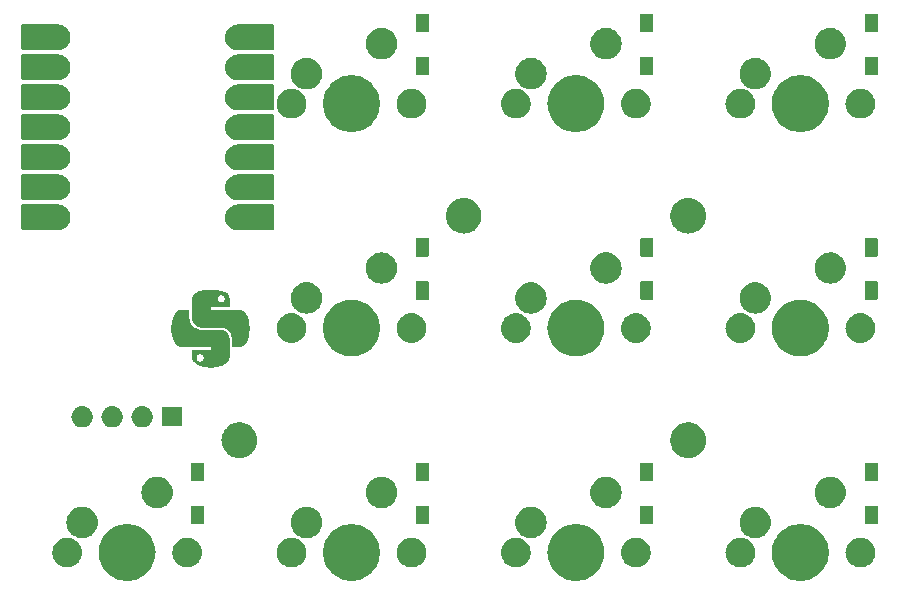
<source format=gbs>
G04 pcbflow Gerber RS-274X export*
G75*
%MOMM*%
%FSLAX34Y34*%
%LPD*%
%INBottom Solder Mask*%
%IPPOS*%
%AMOC8*
5,1,8,0,0,1.08239X$1,22.5*%
G01*
%ADD10C,0.010000*%
%TF.FileFunction,Soldermask,Bot*%G36*
X0156247Y0088020D02*
X0155512Y0087029D01*
X0154684Y0086116D01*
X0153771Y0085288D01*
X0152780Y0084553D01*
X0151723Y0083920D01*
X0150608Y0083392D01*
X0149447Y0082977D01*
X0148251Y0082677D01*
X0147031Y0082496D01*
X0145800Y0082436D01*
X0144569Y0082496D01*
X0143349Y0082677D01*
X0142153Y0082977D01*
X0140992Y0083392D01*
X0139877Y0083920D01*
X0138820Y0084553D01*
X0137829Y0085288D01*
X0136916Y0086116D01*
X0136088Y0087029D01*
X0135353Y0088020D01*
X0134720Y0089077D01*
X0134192Y0090192D01*
X0133777Y0091353D01*
X0133477Y0092549D01*
X0133296Y0093769D01*
X0133236Y0095000D01*
X0133296Y0096231D01*
X0133477Y0097451D01*
X0133777Y0098647D01*
X0134192Y0099808D01*
X0134720Y0100923D01*
X0135353Y0101980D01*
X0136088Y0102971D01*
X0136916Y0103884D01*
X0137829Y0104712D01*
X0138820Y0105447D01*
X0139877Y0106080D01*
X0140992Y0106608D01*
X0142153Y0107023D01*
X0143349Y0107323D01*
X0144569Y0107504D01*
X0145800Y0107564D01*
X0147031Y0107504D01*
X0148251Y0107323D01*
X0149447Y0107023D01*
X0150608Y0106608D01*
X0151723Y0106080D01*
X0152780Y0105447D01*
X0153771Y0104712D01*
X0154684Y0103884D01*
X0155512Y0102971D01*
X0156247Y0101980D01*
X0156880Y0100923D01*
X0157408Y0099808D01*
X0157823Y0098647D01*
X0158123Y0097451D01*
X0158304Y0096231D01*
X0158364Y0095000D01*
X0158304Y0093769D01*
X0158123Y0092549D01*
X0157823Y0091353D01*
X0157408Y0090192D01*
X0156880Y0089077D01*
X0156247Y0088020D01*
G37*

G36*
X0113602Y0079734D02*
X0112016Y0077984D01*
X0110266Y0076398D01*
X0108369Y0074992D01*
X0106344Y0073777D01*
X0104209Y0072768D01*
X0101985Y0071972D01*
X0099695Y0071398D01*
X0097359Y0071052D01*
X0095000Y0070936D01*
X0092641Y0071052D01*
X0090305Y0071398D01*
X0088015Y0071972D01*
X0085791Y0072768D01*
X0083656Y0073777D01*
X0081631Y0074992D01*
X0079734Y0076398D01*
X0077984Y0077984D01*
X0076398Y0079734D01*
X0074992Y0081631D01*
X0073777Y0083656D01*
X0072768Y0085791D01*
X0071972Y0088015D01*
X0071398Y0090305D01*
X0071052Y0092641D01*
X0070936Y0095000D01*
X0071052Y0097359D01*
X0071398Y0099695D01*
X0071972Y0101985D01*
X0072768Y0104209D01*
X0073777Y0106344D01*
X0074992Y0108369D01*
X0076398Y0110266D01*
X0077984Y0112016D01*
X0079734Y0113602D01*
X0081631Y0115008D01*
X0083656Y0116223D01*
X0085791Y0117232D01*
X0088015Y0118028D01*
X0090305Y0118602D01*
X0092641Y0118948D01*
X0095000Y0119064D01*
X0097359Y0118948D01*
X0099695Y0118602D01*
X0101985Y0118028D01*
X0104209Y0117232D01*
X0106344Y0116223D01*
X0108369Y0115008D01*
X0110266Y0113602D01*
X0112016Y0112016D01*
X0113602Y0110266D01*
X0115008Y0108369D01*
X0116223Y0106344D01*
X0117232Y0104209D01*
X0118028Y0101985D01*
X0118602Y0099695D01*
X0118948Y0097359D01*
X0119064Y0095000D01*
X0118948Y0092641D01*
X0118602Y0090305D01*
X0118028Y0088015D01*
X0117232Y0085791D01*
X0116223Y0083656D01*
X0115008Y0081631D01*
X0113602Y0079734D01*
G37*

G36*
X0053912Y0087029D02*
X0053084Y0086116D01*
X0052171Y0085288D01*
X0051180Y0084553D01*
X0050123Y0083920D01*
X0049008Y0083392D01*
X0047847Y0082977D01*
X0046651Y0082677D01*
X0045431Y0082496D01*
X0044200Y0082436D01*
X0042969Y0082496D01*
X0041749Y0082677D01*
X0040553Y0082977D01*
X0039392Y0083392D01*
X0038277Y0083920D01*
X0037220Y0084553D01*
X0036229Y0085288D01*
X0035316Y0086116D01*
X0034488Y0087029D01*
X0033753Y0088020D01*
X0033120Y0089077D01*
X0032592Y0090192D01*
X0032177Y0091353D01*
X0031877Y0092549D01*
X0031696Y0093769D01*
X0031636Y0095000D01*
X0031696Y0096231D01*
X0031877Y0097451D01*
X0032177Y0098647D01*
X0032592Y0099808D01*
X0033120Y0100923D01*
X0033753Y0101980D01*
X0034488Y0102971D01*
X0035316Y0103884D01*
X0036229Y0104712D01*
X0037220Y0105447D01*
X0038277Y0106080D01*
X0039392Y0106608D01*
X0040553Y0107023D01*
X0041749Y0107323D01*
X0042969Y0107504D01*
X0044200Y0107564D01*
X0045431Y0107504D01*
X0046651Y0107323D01*
X0047847Y0107023D01*
X0049008Y0106608D01*
X0050123Y0106080D01*
X0051180Y0105447D01*
X0052171Y0104712D01*
X0053084Y0103884D01*
X0053912Y0102971D01*
X0054647Y0101980D01*
X0055280Y0100923D01*
X0055808Y0099808D01*
X0056223Y0098647D01*
X0056523Y0097451D01*
X0056704Y0096231D01*
X0056764Y0095000D01*
X0056704Y0093769D01*
X0056523Y0092549D01*
X0056223Y0091353D01*
X0055808Y0090192D01*
X0055280Y0089077D01*
X0054647Y0088020D01*
X0053912Y0087029D01*
G37*

G36*
X0064098Y0131558D02*
X0065225Y0130744D01*
X0066261Y0129817D01*
X0067194Y0128787D01*
X0068014Y0127665D01*
X0068713Y0126464D01*
X0069282Y0125196D01*
X0069736Y0123798D01*
X0070021Y0122438D01*
X0070162Y0121055D01*
X0070158Y0119665D01*
X0070008Y0118283D01*
X0069715Y0116925D01*
X0069282Y0115604D01*
X0068749Y0114407D01*
X0068058Y0113202D01*
X0067244Y0112075D01*
X0066317Y0111039D01*
X0065225Y0110056D01*
X0064098Y0109242D01*
X0062893Y0108551D01*
X0061621Y0107990D01*
X0060298Y0107564D01*
X0058938Y0107279D01*
X0057555Y0107138D01*
X0056165Y0107142D01*
X0054783Y0107292D01*
X0053502Y0107564D01*
X0052179Y0107990D01*
X0050907Y0108551D01*
X0049702Y0109242D01*
X0048575Y0110056D01*
X0047539Y0110983D01*
X0046606Y0112013D01*
X0045786Y0113135D01*
X0045087Y0114336D01*
X0044518Y0115604D01*
X0044064Y0117002D01*
X0043779Y0118362D01*
X0043638Y0119745D01*
X0043642Y0121135D01*
X0043792Y0122517D01*
X0044085Y0123875D01*
X0044518Y0125196D01*
X0045051Y0126393D01*
X0045742Y0127598D01*
X0046556Y0128725D01*
X0047483Y0129761D01*
X0048513Y0130694D01*
X0049635Y0131514D01*
X0050836Y0132213D01*
X0052104Y0132782D01*
X0053425Y0133215D01*
X0054783Y0133508D01*
X0056165Y0133658D01*
X0056900Y0133662D01*
X0057635Y0133658D01*
X0059017Y0133508D01*
X0060375Y0133215D01*
X0061696Y0132782D01*
X0062964Y0132213D01*
X0064098Y0131558D01*
G37*

G36*
X0160512Y0133750D02*
X0160512Y0119750D01*
X0160497Y0119601D01*
X0160422Y0119391D01*
X0160339Y0119267D01*
X0160173Y0119116D01*
X0159971Y0119021D01*
X0159750Y0118988D01*
X0150250Y0118988D01*
X0150029Y0119021D01*
X0149891Y0119078D01*
X0149767Y0119161D01*
X0149616Y0119327D01*
X0149521Y0119529D01*
X0149488Y0119750D01*
X0149488Y0133750D01*
X0149503Y0133899D01*
X0149546Y0134042D01*
X0149616Y0134173D01*
X0149711Y0134289D01*
X0149827Y0134384D01*
X0149958Y0134454D01*
X0150101Y0134497D01*
X0150250Y0134512D01*
X0159750Y0134512D01*
X0159971Y0134479D01*
X0160109Y0134422D01*
X0160233Y0134339D01*
X0160384Y0134173D01*
X0160479Y0133971D01*
X0160512Y0133750D01*
G37*

G36*
X0128725Y0156144D02*
X0129761Y0155217D01*
X0130744Y0154125D01*
X0131558Y0152998D01*
X0132249Y0151793D01*
X0132810Y0150521D01*
X0133236Y0149198D01*
X0133521Y0147838D01*
X0133662Y0146455D01*
X0133658Y0145065D01*
X0133508Y0143683D01*
X0133215Y0142325D01*
X0132782Y0141004D01*
X0132249Y0139807D01*
X0131558Y0138602D01*
X0130744Y0137475D01*
X0129817Y0136439D01*
X0128725Y0135456D01*
X0127598Y0134642D01*
X0126393Y0133951D01*
X0125121Y0133390D01*
X0123798Y0132964D01*
X0122438Y0132679D01*
X0121055Y0132538D01*
X0119665Y0132542D01*
X0118283Y0132692D01*
X0116925Y0132985D01*
X0115604Y0133418D01*
X0114407Y0133951D01*
X0113202Y0134642D01*
X0112075Y0135456D01*
X0111039Y0136383D01*
X0110056Y0137475D01*
X0109242Y0138602D01*
X0108551Y0139807D01*
X0107990Y0141079D01*
X0107564Y0142402D01*
X0107279Y0143762D01*
X0107138Y0145145D01*
X0107142Y0146535D01*
X0107292Y0147917D01*
X0107564Y0149198D01*
X0107990Y0150521D01*
X0108551Y0151793D01*
X0109242Y0152998D01*
X0110056Y0154125D01*
X0110983Y0155161D01*
X0112013Y0156094D01*
X0113135Y0156914D01*
X0114336Y0157613D01*
X0115604Y0158182D01*
X0116925Y0158615D01*
X0118283Y0158908D01*
X0119665Y0159058D01*
X0120400Y0159062D01*
X0121135Y0159058D01*
X0122517Y0158908D01*
X0123875Y0158615D01*
X0125196Y0158182D01*
X0126464Y0157613D01*
X0127598Y0156958D01*
X0128725Y0156144D01*
G37*

G36*
X0160479Y0170471D02*
X0160512Y0170250D01*
X0160512Y0156250D01*
X0160497Y0156101D01*
X0160422Y0155891D01*
X0160339Y0155767D01*
X0160173Y0155616D01*
X0159971Y0155521D01*
X0159750Y0155488D01*
X0150250Y0155488D01*
X0150029Y0155521D01*
X0149891Y0155578D01*
X0149767Y0155661D01*
X0149616Y0155827D01*
X0149521Y0156029D01*
X0149488Y0156250D01*
X0149488Y0170250D01*
X0149503Y0170399D01*
X0149546Y0170542D01*
X0149616Y0170673D01*
X0149711Y0170789D01*
X0149827Y0170884D01*
X0149958Y0170954D01*
X0150101Y0170997D01*
X0150250Y0171012D01*
X0159750Y0171012D01*
X0159899Y0170997D01*
X0160109Y0170922D01*
X0160233Y0170839D01*
X0160384Y0170673D01*
X0160479Y0170471D01*
G37*

G36*
X0101348Y0216408D02*
X0102053Y0217037D01*
X0102820Y0217588D01*
X0103640Y0218057D01*
X0104429Y0218409D01*
X0105326Y0218705D01*
X0106249Y0218905D01*
X0107188Y0219008D01*
X0108132Y0219012D01*
X0109151Y0218905D01*
X0110074Y0218705D01*
X0110971Y0218409D01*
X0111832Y0218021D01*
X0112647Y0217545D01*
X0113409Y0216987D01*
X0114108Y0216352D01*
X0114687Y0215709D01*
X0115245Y0214947D01*
X0115721Y0214132D01*
X0116109Y0213271D01*
X0116405Y0212374D01*
X0116605Y0211451D01*
X0116708Y0210512D01*
X0116712Y0209568D01*
X0116617Y0208628D01*
X0116425Y0207703D01*
X0116109Y0206729D01*
X0115721Y0205868D01*
X0115245Y0205053D01*
X0114687Y0204291D01*
X0114052Y0203592D01*
X0113347Y0202963D01*
X0112580Y0202412D01*
X0111760Y0201943D01*
X0110971Y0201591D01*
X0110074Y0201295D01*
X0109151Y0201095D01*
X0108212Y0200992D01*
X0107268Y0200988D01*
X0106328Y0201083D01*
X0105403Y0201275D01*
X0104504Y0201563D01*
X0103640Y0201943D01*
X0102820Y0202412D01*
X0102053Y0202963D01*
X0101292Y0203648D01*
X0100663Y0204353D01*
X0100155Y0205053D01*
X0099679Y0205868D01*
X0099291Y0206729D01*
X0098995Y0207626D01*
X0098795Y0208549D01*
X0098692Y0209488D01*
X0098688Y0210432D01*
X0098783Y0211372D01*
X0098975Y0212297D01*
X0099291Y0213271D01*
X0099679Y0214132D01*
X0100155Y0214947D01*
X0100713Y0215709D01*
X0101348Y0216408D01*
G37*

G36*
X0075263Y0215647D02*
X0075892Y0216352D01*
X0076653Y0217037D01*
X0077420Y0217588D01*
X0078240Y0218057D01*
X0079104Y0218437D01*
X0080003Y0218725D01*
X0080928Y0218917D01*
X0081868Y0219012D01*
X0082812Y0219008D01*
X0083751Y0218905D01*
X0084674Y0218705D01*
X0085571Y0218409D01*
X0086360Y0218057D01*
X0087180Y0217588D01*
X0087947Y0217037D01*
X0088652Y0216408D01*
X0089287Y0215709D01*
X0089845Y0214947D01*
X0090321Y0214132D01*
X0090709Y0213271D01*
X0091025Y0212297D01*
X0091217Y0211372D01*
X0091312Y0210432D01*
X0091308Y0209488D01*
X0091205Y0208549D01*
X0091005Y0207626D01*
X0090709Y0206729D01*
X0090321Y0205868D01*
X0089845Y0205053D01*
X0089337Y0204353D01*
X0088708Y0203648D01*
X0087947Y0202963D01*
X0087180Y0202412D01*
X0086360Y0201943D01*
X0085496Y0201563D01*
X0084597Y0201275D01*
X0083672Y0201083D01*
X0082732Y0200988D01*
X0081788Y0200992D01*
X0080849Y0201095D01*
X0079926Y0201295D01*
X0079029Y0201591D01*
X0078240Y0201943D01*
X0077420Y0202412D01*
X0076653Y0202963D01*
X0075948Y0203592D01*
X0075313Y0204291D01*
X0074755Y0205053D01*
X0074279Y0205868D01*
X0073891Y0206729D01*
X0073595Y0207626D01*
X0073395Y0208549D01*
X0073292Y0209488D01*
X0073288Y0210000D01*
X0073292Y0210512D01*
X0073395Y0211451D01*
X0073595Y0212374D01*
X0073891Y0213271D01*
X0074279Y0214132D01*
X0074755Y0214947D01*
X0075263Y0215647D01*
G37*

G36*
X0049863Y0215647D02*
X0050492Y0216352D01*
X0051253Y0217037D01*
X0052020Y0217588D01*
X0052840Y0218057D01*
X0053704Y0218437D01*
X0054603Y0218725D01*
X0055528Y0218917D01*
X0056468Y0219012D01*
X0057412Y0219008D01*
X0058351Y0218905D01*
X0059274Y0218705D01*
X0060171Y0218409D01*
X0060960Y0218057D01*
X0061780Y0217588D01*
X0062547Y0217037D01*
X0063252Y0216408D01*
X0063887Y0215709D01*
X0064445Y0214947D01*
X0064957Y0214060D01*
X0065337Y0213196D01*
X0065625Y0212297D01*
X0065817Y0211372D01*
X0065912Y0210432D01*
X0065908Y0209488D01*
X0065805Y0208549D01*
X0065605Y0207626D01*
X0065309Y0206729D01*
X0064921Y0205868D01*
X0064445Y0205053D01*
X0063937Y0204353D01*
X0063308Y0203648D01*
X0062547Y0202963D01*
X0061780Y0202412D01*
X0060960Y0201943D01*
X0060096Y0201563D01*
X0059197Y0201275D01*
X0058272Y0201083D01*
X0057332Y0200988D01*
X0056388Y0200992D01*
X0055449Y0201095D01*
X0054526Y0201295D01*
X0053629Y0201591D01*
X0052840Y0201943D01*
X0052020Y0202412D01*
X0051253Y0202963D01*
X0050548Y0203592D01*
X0049913Y0204291D01*
X0049355Y0205053D01*
X0048879Y0205868D01*
X0048491Y0206729D01*
X0048195Y0207626D01*
X0047995Y0208549D01*
X0047892Y0209488D01*
X0047888Y0210000D01*
X0047892Y0210512D01*
X0047995Y0211451D01*
X0048195Y0212374D01*
X0048491Y0213271D01*
X0048879Y0214132D01*
X0049355Y0214947D01*
X0049863Y0215647D01*
G37*

G36*
X0125451Y0218247D02*
X0125600Y0218262D01*
X0140600Y0218262D01*
X0140749Y0218247D01*
X0140892Y0218204D01*
X0141023Y0218134D01*
X0141139Y0218039D01*
X0141234Y0217923D01*
X0141304Y0217792D01*
X0141347Y0217649D01*
X0141362Y0217500D01*
X0141362Y0202500D01*
X0141347Y0202351D01*
X0141304Y0202208D01*
X0141234Y0202077D01*
X0141139Y0201961D01*
X0141023Y0201866D01*
X0140892Y0201796D01*
X0140749Y0201753D01*
X0140600Y0201738D01*
X0125600Y0201738D01*
X0125451Y0201753D01*
X0125308Y0201796D01*
X0125177Y0201866D01*
X0125061Y0201961D01*
X0124966Y0202077D01*
X0124896Y0202208D01*
X0124853Y0202351D01*
X0124838Y0202500D01*
X0124838Y0217500D01*
X0124853Y0217649D01*
X0124896Y0217792D01*
X0124966Y0217923D01*
X0125061Y0218039D01*
X0125177Y0218134D01*
X0125308Y0218204D01*
X0125451Y0218247D01*
G37*

G36*
X0137790Y0269790D02*
X0137391Y0269795D01*
X0137390Y0270190D01*
X0136992Y0270194D01*
X0136990Y0270590D01*
X0136592Y0270594D01*
X0136590Y0270990D01*
X0136192Y0270994D01*
X0136190Y0271790D01*
X0135795Y0271791D01*
X0135790Y0272190D01*
X0135392Y0272194D01*
X0135390Y0272990D01*
X0134990Y0272997D01*
X0134990Y0273790D01*
X0134591Y0273796D01*
X0134590Y0274990D01*
X0134190Y0274998D01*
X0134190Y0276190D01*
X0133793Y0276193D01*
X0133790Y0276990D01*
X0133390Y0276997D01*
X0133390Y0278190D01*
X0132990Y0278198D01*
X0132990Y0280590D01*
X0132590Y0280600D01*
X0132590Y0287401D01*
X0132990Y0287410D01*
X0132990Y0290202D01*
X0133390Y0290210D01*
X0133390Y0291801D01*
X0133790Y0291810D01*
X0133791Y0293004D01*
X0134190Y0293010D01*
X0134190Y0294603D01*
X0134590Y0294610D01*
X0134590Y0295403D01*
X0134990Y0295410D01*
X0134992Y0296206D01*
X0135390Y0296210D01*
X0135392Y0297006D01*
X0135790Y0297010D01*
X0135791Y0297805D01*
X0136190Y0297810D01*
X0136195Y0298209D01*
X0136590Y0298210D01*
X0136594Y0298608D01*
X0136990Y0298610D01*
X0136994Y0299008D01*
X0137390Y0299010D01*
X0137394Y0299408D01*
X0138190Y0299410D01*
X0138197Y0299810D01*
X0138990Y0299810D01*
X0138997Y0300210D01*
X0147808Y0300206D01*
X0147810Y0292210D01*
X0148210Y0292200D01*
X0148209Y0291795D01*
X0147810Y0291790D01*
X0147810Y0291410D01*
X0148210Y0291403D01*
X0148210Y0290210D01*
X0148609Y0290205D01*
X0148610Y0289410D01*
X0149007Y0289407D01*
X0149010Y0288610D01*
X0149410Y0288603D01*
X0149410Y0287810D01*
X0149805Y0287809D01*
X0149810Y0287410D01*
X0150207Y0287407D01*
X0150210Y0287010D01*
X0150606Y0287008D01*
X0150610Y0286610D01*
X0151006Y0286608D01*
X0151010Y0286210D01*
X0151409Y0286205D01*
X0151410Y0285810D01*
X0151808Y0285806D01*
X0151810Y0285410D01*
X0152606Y0285408D01*
X0152610Y0285010D01*
X0153009Y0285005D01*
X0153010Y0284610D01*
X0154204Y0284609D01*
X0154210Y0284210D01*
X0155007Y0284207D01*
X0155010Y0283810D01*
X0156205Y0283809D01*
X0156210Y0283410D01*
X0157200Y0283410D01*
X0157200Y0268590D01*
X0139799Y0268590D01*
X0139790Y0268990D01*
X0138598Y0268990D01*
X0138590Y0269390D01*
X0137794Y0269392D01*
X0137790Y0269790D01*
G37*

G36*
X0155797Y0252990D02*
X0155790Y0253390D01*
X0154997Y0253390D01*
X0154990Y0253790D01*
X0154194Y0253792D01*
X0154190Y0254190D01*
X0153395Y0254191D01*
X0153390Y0254590D01*
X0152991Y0254595D01*
X0152990Y0254990D01*
X0152592Y0254994D01*
X0152590Y0255390D01*
X0152192Y0255394D01*
X0152190Y0255790D01*
X0151792Y0255794D01*
X0151790Y0256190D01*
X0151392Y0256194D01*
X0151390Y0256590D01*
X0150992Y0256594D01*
X0150990Y0256990D01*
X0150592Y0256994D01*
X0150590Y0257790D01*
X0150190Y0257798D01*
X0150190Y0258990D01*
X0149790Y0258997D01*
X0149790Y0266600D01*
X0157200Y0266605D01*
X0157200Y0262590D01*
X0156210Y0262590D01*
X0156206Y0262192D01*
X0155010Y0262190D01*
X0155009Y0261795D01*
X0154610Y0261790D01*
X0154607Y0261393D01*
X0154210Y0261390D01*
X0154209Y0260595D01*
X0153810Y0260590D01*
X0153810Y0258610D01*
X0154208Y0258606D01*
X0154210Y0257810D01*
X0154605Y0257809D01*
X0154610Y0257410D01*
X0155007Y0257407D01*
X0155010Y0257010D01*
X0155805Y0257009D01*
X0155810Y0256610D01*
X0157200Y0256610D01*
X0157200Y0252990D01*
X0155797Y0252990D01*
G37*

G36*
X0175802Y0283410D02*
X0175810Y0283010D01*
X0177003Y0283010D01*
X0177010Y0282610D01*
X0177803Y0282610D01*
X0177810Y0282210D01*
X0178606Y0282208D01*
X0178610Y0281810D01*
X0179006Y0281808D01*
X0179010Y0281410D01*
X0179406Y0281408D01*
X0179410Y0281010D01*
X0179805Y0281009D01*
X0179810Y0280610D01*
X0180208Y0280606D01*
X0180210Y0279810D01*
X0180610Y0279803D01*
X0180610Y0279010D01*
X0181005Y0279009D01*
X0181010Y0278610D01*
X0181410Y0278603D01*
X0181410Y0276210D01*
X0181810Y0276200D01*
X0181810Y0259800D01*
X0181410Y0259790D01*
X0181410Y0257798D01*
X0181010Y0257790D01*
X0181005Y0257391D01*
X0180610Y0257390D01*
X0180608Y0256594D01*
X0180210Y0256590D01*
X0180209Y0256195D01*
X0179810Y0256190D01*
X0179806Y0255792D01*
X0179410Y0255790D01*
X0179406Y0255392D01*
X0179010Y0255390D01*
X0179006Y0254992D01*
X0178610Y0254990D01*
X0178606Y0254592D01*
X0177810Y0254590D01*
X0177809Y0254195D01*
X0177410Y0254190D01*
X0177403Y0253790D01*
X0176210Y0253790D01*
X0176209Y0253395D01*
X0175810Y0253390D01*
X0175804Y0252991D01*
X0174210Y0252990D01*
X0174204Y0252591D01*
X0173010Y0252590D01*
X0173001Y0252190D01*
X0171410Y0252190D01*
X0171402Y0251790D01*
X0168610Y0251790D01*
X0168601Y0251390D01*
X0163399Y0251390D01*
X0163390Y0251790D01*
X0159797Y0251790D01*
X0159790Y0252190D01*
X0158598Y0252190D01*
X0158590Y0252590D01*
X0157397Y0252590D01*
X0157390Y0252990D01*
X0157200Y0252990D01*
X0157200Y0256610D01*
X0157790Y0256610D01*
X0157794Y0257008D01*
X0158590Y0257010D01*
X0158591Y0257405D01*
X0158990Y0257410D01*
X0158993Y0257807D01*
X0159390Y0257810D01*
X0159391Y0258605D01*
X0159790Y0258610D01*
X0159790Y0260190D01*
X0159392Y0260194D01*
X0159390Y0260990D01*
X0158992Y0260994D01*
X0158990Y0261790D01*
X0158593Y0261793D01*
X0158590Y0262190D01*
X0157398Y0262190D01*
X0157390Y0262590D01*
X0157200Y0262590D01*
X0157200Y0266605D01*
X0165790Y0266610D01*
X0165790Y0268590D01*
X0157200Y0268590D01*
X0157200Y0283410D01*
X0175802Y0283410D01*
G37*

G36*
X0151392Y0313406D02*
X0151790Y0313410D01*
X0151791Y0313805D01*
X0152190Y0313810D01*
X0152194Y0314208D01*
X0152590Y0314210D01*
X0152594Y0314608D01*
X0153390Y0314610D01*
X0153392Y0315006D01*
X0153790Y0315010D01*
X0153791Y0315405D01*
X0154190Y0315410D01*
X0154196Y0315809D01*
X0155390Y0315810D01*
X0155399Y0316210D01*
X0156990Y0316210D01*
X0156994Y0316608D01*
X0158190Y0316610D01*
X0158199Y0317010D01*
X0173001Y0317010D01*
X0173010Y0316610D01*
X0174400Y0316609D01*
X0174400Y0312590D01*
X0173810Y0312590D01*
X0173807Y0312193D01*
X0173010Y0312190D01*
X0173010Y0311800D01*
X0172610Y0311790D01*
X0172605Y0311391D01*
X0172210Y0311390D01*
X0172210Y0310197D01*
X0171810Y0310190D01*
X0171810Y0308610D01*
X0172209Y0308605D01*
X0172210Y0307810D01*
X0172605Y0307809D01*
X0172610Y0307410D01*
X0173007Y0307407D01*
X0173010Y0307010D01*
X0173409Y0307005D01*
X0173410Y0306610D01*
X0174400Y0306610D01*
X0174400Y0302592D01*
X0165810Y0302590D01*
X0165810Y0300610D01*
X0166207Y0300607D01*
X0166210Y0300210D01*
X0174400Y0300210D01*
X0174400Y0285390D01*
X0156599Y0285390D01*
X0156590Y0285790D01*
X0155398Y0285790D01*
X0155390Y0286190D01*
X0154197Y0286190D01*
X0154190Y0286590D01*
X0153791Y0286595D01*
X0153790Y0286990D01*
X0152994Y0286992D01*
X0152990Y0287390D01*
X0152594Y0287392D01*
X0152590Y0287790D01*
X0152194Y0287792D01*
X0152190Y0288190D01*
X0151794Y0288192D01*
X0151790Y0288590D01*
X0151395Y0288591D01*
X0151390Y0288990D01*
X0150992Y0288994D01*
X0150990Y0289790D01*
X0150592Y0289794D01*
X0150590Y0290590D01*
X0150193Y0290593D01*
X0150190Y0291390D01*
X0149790Y0291399D01*
X0149790Y0310200D01*
X0150190Y0310210D01*
X0150190Y0311402D01*
X0150590Y0311410D01*
X0150592Y0312206D01*
X0150990Y0312210D01*
X0150995Y0312609D01*
X0151390Y0312610D01*
X0151392Y0313406D01*
G37*

G36*
X0174605Y0316609D02*
X0174610Y0316210D01*
X0176601Y0316210D01*
X0176610Y0315810D01*
X0177803Y0315810D01*
X0177810Y0315410D01*
X0178607Y0315407D01*
X0178610Y0315010D01*
X0179009Y0315005D01*
X0179010Y0314610D01*
X0179806Y0314608D01*
X0179810Y0314210D01*
X0180205Y0314209D01*
X0180210Y0313810D01*
X0180609Y0313805D01*
X0180610Y0313010D01*
X0181010Y0313003D01*
X0181010Y0312210D01*
X0181409Y0312204D01*
X0181410Y0310210D01*
X0181810Y0310202D01*
X0181807Y0302593D01*
X0174400Y0302592D01*
X0174400Y0306610D01*
X0175790Y0306610D01*
X0175795Y0307009D01*
X0176590Y0307010D01*
X0176593Y0307407D01*
X0176990Y0307410D01*
X0176995Y0307809D01*
X0177390Y0307810D01*
X0177392Y0308606D01*
X0177790Y0308610D01*
X0177790Y0310590D01*
X0177395Y0310591D01*
X0177390Y0310990D01*
X0176992Y0310994D01*
X0176990Y0311790D01*
X0176195Y0311791D01*
X0176190Y0312190D01*
X0175393Y0312193D01*
X0175390Y0312590D01*
X0174400Y0312590D01*
X0174400Y0316609D01*
X0174605Y0316609D01*
G37*

G36*
X0191401Y0300210D02*
X0191410Y0299810D01*
X0192207Y0299807D01*
X0192210Y0299410D01*
X0193006Y0299408D01*
X0193010Y0299010D01*
X0193806Y0299008D01*
X0193810Y0298610D01*
X0194205Y0298609D01*
X0194210Y0298210D01*
X0194608Y0298206D01*
X0194610Y0297810D01*
X0195008Y0297806D01*
X0195010Y0297410D01*
X0195408Y0297406D01*
X0195410Y0297010D01*
X0195807Y0297007D01*
X0195810Y0296210D01*
X0196205Y0296209D01*
X0196210Y0295810D01*
X0196607Y0295807D01*
X0196610Y0295010D01*
X0197009Y0295004D01*
X0197010Y0293810D01*
X0197409Y0293805D01*
X0197410Y0293010D01*
X0197809Y0293004D01*
X0197810Y0291410D01*
X0198210Y0291402D01*
X0198210Y0289010D01*
X0198609Y0289004D01*
X0198610Y0287010D01*
X0199010Y0287001D01*
X0199010Y0282200D01*
X0198610Y0282190D01*
X0198610Y0280198D01*
X0198210Y0280190D01*
X0198210Y0277798D01*
X0197810Y0277790D01*
X0197810Y0276198D01*
X0197410Y0276190D01*
X0197408Y0274994D01*
X0197010Y0274990D01*
X0197010Y0273797D01*
X0196610Y0273790D01*
X0196607Y0272993D01*
X0196210Y0272990D01*
X0196205Y0272591D01*
X0195810Y0272590D01*
X0195808Y0271794D01*
X0195410Y0271790D01*
X0195405Y0271391D01*
X0195010Y0271390D01*
X0195008Y0270594D01*
X0194210Y0270590D01*
X0194208Y0270194D01*
X0193810Y0270190D01*
X0193809Y0269795D01*
X0193410Y0269790D01*
X0193406Y0269392D01*
X0192610Y0269390D01*
X0192602Y0268990D01*
X0191410Y0268990D01*
X0191402Y0268590D01*
X0183794Y0268592D01*
X0183790Y0276990D01*
X0183390Y0276998D01*
X0183390Y0278990D01*
X0182993Y0278993D01*
X0182990Y0279790D01*
X0182591Y0279795D01*
X0182590Y0280590D01*
X0182195Y0280591D01*
X0182190Y0280990D01*
X0181791Y0280995D01*
X0181790Y0281790D01*
X0181394Y0281792D01*
X0181390Y0282190D01*
X0180995Y0282191D01*
X0180990Y0282590D01*
X0180592Y0282594D01*
X0180590Y0282990D01*
X0180193Y0282993D01*
X0180190Y0283390D01*
X0179793Y0283393D01*
X0179790Y0283790D01*
X0178994Y0283792D01*
X0178990Y0284190D01*
X0178194Y0284192D01*
X0178190Y0284590D01*
X0177395Y0284591D01*
X0177390Y0284990D01*
X0176197Y0284990D01*
X0176190Y0285390D01*
X0174400Y0285390D01*
X0174400Y0300210D01*
X0191401Y0300210D01*
G37*

G36*
X0042202Y0387815D02*
X0043112Y0387148D01*
X0043947Y0386391D01*
X0044699Y0385550D01*
X0045315Y0384702D01*
X0045882Y0383727D01*
X0046345Y0382699D01*
X0046697Y0381627D01*
X0046936Y0380525D01*
X0047058Y0379404D01*
X0047062Y0378276D01*
X0046936Y0377075D01*
X0046697Y0375973D01*
X0046345Y0374901D01*
X0045882Y0373873D01*
X0045315Y0372898D01*
X0044648Y0371988D01*
X0043891Y0371153D01*
X0043050Y0370401D01*
X0042135Y0369742D01*
X0041156Y0369182D01*
X0040124Y0368727D01*
X0039050Y0368382D01*
X0037946Y0368152D01*
X0036904Y0368042D01*
X0036320Y0368040D01*
X0036300Y0368038D01*
X0035776Y0368038D01*
X0035776Y0368038D01*
X0035776Y0368038D01*
X0006300Y0368038D01*
X0006079Y0368071D01*
X0005877Y0368166D01*
X0005761Y0368261D01*
X0005628Y0368441D01*
X0005571Y0368579D01*
X0005538Y0368800D01*
X0005538Y0388800D01*
X0005553Y0388949D01*
X0005596Y0389092D01*
X0005666Y0389223D01*
X0005761Y0389339D01*
X0005877Y0389434D01*
X0006008Y0389504D01*
X0006151Y0389547D01*
X0006300Y0389562D01*
X0036300Y0389562D01*
X0036300Y0389562D01*
X0036300Y0389562D01*
X0036904Y0389558D01*
X0038025Y0389436D01*
X0039127Y0389197D01*
X0040199Y0388845D01*
X0041227Y0388382D01*
X0042202Y0387815D01*
G37*

G36*
X0043112Y0412548D02*
X0043947Y0411791D01*
X0044699Y0410950D01*
X0045315Y0410102D01*
X0045882Y0409127D01*
X0046345Y0408099D01*
X0046697Y0407027D01*
X0046936Y0405925D01*
X0047058Y0404804D01*
X0047062Y0403676D01*
X0046936Y0402475D01*
X0046697Y0401373D01*
X0046345Y0400301D01*
X0045882Y0399273D01*
X0045315Y0398298D01*
X0044648Y0397388D01*
X0043891Y0396553D01*
X0043050Y0395801D01*
X0042135Y0395142D01*
X0041156Y0394582D01*
X0040124Y0394127D01*
X0039050Y0393782D01*
X0037946Y0393552D01*
X0036904Y0393442D01*
X0036320Y0393440D01*
X0036300Y0393438D01*
X0035776Y0393438D01*
X0035776Y0393438D01*
X0035776Y0393438D01*
X0006300Y0393438D01*
X0006079Y0393471D01*
X0005877Y0393566D01*
X0005761Y0393661D01*
X0005628Y0393841D01*
X0005571Y0393979D01*
X0005538Y0394200D01*
X0005538Y0414200D01*
X0005553Y0414349D01*
X0005596Y0414492D01*
X0005666Y0414623D01*
X0005761Y0414739D01*
X0005877Y0414834D01*
X0006008Y0414904D01*
X0006151Y0414947D01*
X0006300Y0414962D01*
X0036300Y0414962D01*
X0036300Y0414962D01*
X0036300Y0414962D01*
X0036904Y0414958D01*
X0038025Y0414836D01*
X0039127Y0414597D01*
X0040199Y0414245D01*
X0041227Y0413782D01*
X0042202Y0413215D01*
X0043112Y0412548D01*
G37*

G36*
X0043112Y0437948D02*
X0043947Y0437191D01*
X0044699Y0436350D01*
X0045315Y0435502D01*
X0045882Y0434527D01*
X0046345Y0433499D01*
X0046697Y0432427D01*
X0046936Y0431325D01*
X0047058Y0430204D01*
X0047062Y0429076D01*
X0046936Y0427875D01*
X0046697Y0426773D01*
X0046345Y0425701D01*
X0045882Y0424673D01*
X0045315Y0423698D01*
X0044648Y0422788D01*
X0043891Y0421953D01*
X0043050Y0421201D01*
X0042135Y0420542D01*
X0041156Y0419982D01*
X0040124Y0419527D01*
X0039050Y0419182D01*
X0037946Y0418952D01*
X0036904Y0418842D01*
X0036320Y0418840D01*
X0036300Y0418838D01*
X0035776Y0418838D01*
X0035776Y0418838D01*
X0035776Y0418838D01*
X0006300Y0418838D01*
X0006079Y0418871D01*
X0005877Y0418966D01*
X0005761Y0419061D01*
X0005628Y0419241D01*
X0005571Y0419379D01*
X0005538Y0419600D01*
X0005538Y0439600D01*
X0005553Y0439749D01*
X0005596Y0439892D01*
X0005666Y0440023D01*
X0005761Y0440139D01*
X0005877Y0440234D01*
X0006008Y0440304D01*
X0006151Y0440347D01*
X0006300Y0440362D01*
X0036300Y0440362D01*
X0036300Y0440362D01*
X0036300Y0440362D01*
X0036904Y0440358D01*
X0038025Y0440236D01*
X0039127Y0439997D01*
X0040199Y0439645D01*
X0041227Y0439182D01*
X0042202Y0438615D01*
X0043112Y0437948D01*
G37*

G36*
X0043112Y0463348D02*
X0043947Y0462591D01*
X0044699Y0461750D01*
X0045315Y0460902D01*
X0045882Y0459927D01*
X0046345Y0458899D01*
X0046697Y0457827D01*
X0046936Y0456725D01*
X0047058Y0455604D01*
X0047062Y0454476D01*
X0046936Y0453275D01*
X0046697Y0452173D01*
X0046345Y0451101D01*
X0045882Y0450073D01*
X0045315Y0449098D01*
X0044648Y0448188D01*
X0043891Y0447353D01*
X0043050Y0446601D01*
X0042135Y0445942D01*
X0041156Y0445382D01*
X0040124Y0444927D01*
X0039050Y0444582D01*
X0037946Y0444352D01*
X0036904Y0444242D01*
X0036320Y0444240D01*
X0036300Y0444238D01*
X0035776Y0444238D01*
X0035776Y0444238D01*
X0035776Y0444238D01*
X0006300Y0444238D01*
X0006079Y0444271D01*
X0005877Y0444366D01*
X0005761Y0444461D01*
X0005628Y0444641D01*
X0005571Y0444779D01*
X0005538Y0445000D01*
X0005538Y0465000D01*
X0005553Y0465149D01*
X0005596Y0465292D01*
X0005666Y0465423D01*
X0005761Y0465539D01*
X0005877Y0465634D01*
X0006008Y0465704D01*
X0006151Y0465747D01*
X0006300Y0465762D01*
X0036300Y0465762D01*
X0036300Y0465762D01*
X0036300Y0465762D01*
X0036904Y0465758D01*
X0038025Y0465636D01*
X0039127Y0465397D01*
X0040199Y0465045D01*
X0041227Y0464582D01*
X0042202Y0464015D01*
X0043112Y0463348D01*
G37*

G36*
X0043112Y0488748D02*
X0043947Y0487991D01*
X0044699Y0487150D01*
X0045315Y0486302D01*
X0045882Y0485327D01*
X0046345Y0484299D01*
X0046697Y0483227D01*
X0046936Y0482125D01*
X0047058Y0481004D01*
X0047062Y0479876D01*
X0046936Y0478675D01*
X0046697Y0477573D01*
X0046345Y0476501D01*
X0045882Y0475473D01*
X0045315Y0474498D01*
X0044648Y0473588D01*
X0043891Y0472753D01*
X0043050Y0472001D01*
X0042135Y0471342D01*
X0041156Y0470782D01*
X0040124Y0470327D01*
X0039050Y0469982D01*
X0037946Y0469752D01*
X0036904Y0469642D01*
X0036320Y0469640D01*
X0036300Y0469638D01*
X0035776Y0469638D01*
X0035776Y0469638D01*
X0035776Y0469638D01*
X0006300Y0469638D01*
X0006079Y0469671D01*
X0005877Y0469766D01*
X0005761Y0469861D01*
X0005628Y0470041D01*
X0005571Y0470179D01*
X0005538Y0470400D01*
X0005538Y0490400D01*
X0005553Y0490549D01*
X0005596Y0490692D01*
X0005666Y0490823D01*
X0005761Y0490939D01*
X0005877Y0491034D01*
X0006008Y0491104D01*
X0006151Y0491147D01*
X0006300Y0491162D01*
X0036300Y0491162D01*
X0036300Y0491162D01*
X0036300Y0491162D01*
X0036904Y0491158D01*
X0038025Y0491036D01*
X0039127Y0490797D01*
X0040199Y0490445D01*
X0041227Y0489982D01*
X0042202Y0489415D01*
X0043112Y0488748D01*
G37*

G36*
X0043112Y0514148D02*
X0043947Y0513391D01*
X0044699Y0512550D01*
X0045315Y0511702D01*
X0045882Y0510727D01*
X0046345Y0509699D01*
X0046697Y0508627D01*
X0046936Y0507525D01*
X0047058Y0506404D01*
X0047062Y0505276D01*
X0046936Y0504075D01*
X0046697Y0502973D01*
X0046345Y0501901D01*
X0045882Y0500873D01*
X0045315Y0499898D01*
X0044648Y0498988D01*
X0043891Y0498153D01*
X0043050Y0497401D01*
X0042135Y0496742D01*
X0041156Y0496182D01*
X0040124Y0495727D01*
X0039050Y0495382D01*
X0037946Y0495152D01*
X0036904Y0495042D01*
X0036320Y0495040D01*
X0036300Y0495038D01*
X0035776Y0495038D01*
X0035776Y0495038D01*
X0035776Y0495038D01*
X0006300Y0495038D01*
X0006079Y0495071D01*
X0005877Y0495166D01*
X0005761Y0495261D01*
X0005628Y0495441D01*
X0005571Y0495579D01*
X0005538Y0495800D01*
X0005538Y0515800D01*
X0005553Y0515949D01*
X0005596Y0516092D01*
X0005666Y0516223D01*
X0005761Y0516339D01*
X0005877Y0516434D01*
X0006008Y0516504D01*
X0006151Y0516547D01*
X0006300Y0516562D01*
X0036300Y0516562D01*
X0036300Y0516562D01*
X0036300Y0516562D01*
X0036904Y0516558D01*
X0038025Y0516436D01*
X0039127Y0516197D01*
X0040199Y0515845D01*
X0041227Y0515382D01*
X0042202Y0514815D01*
X0043112Y0514148D01*
G37*

G36*
X0043112Y0539548D02*
X0043947Y0538791D01*
X0044699Y0537950D01*
X0045315Y0537102D01*
X0045882Y0536127D01*
X0046345Y0535099D01*
X0046697Y0534027D01*
X0046936Y0532925D01*
X0047058Y0531804D01*
X0047062Y0530676D01*
X0046936Y0529475D01*
X0046697Y0528373D01*
X0046345Y0527301D01*
X0045882Y0526273D01*
X0045315Y0525298D01*
X0044648Y0524388D01*
X0043891Y0523553D01*
X0043050Y0522801D01*
X0042135Y0522142D01*
X0041156Y0521582D01*
X0040124Y0521127D01*
X0039050Y0520782D01*
X0037946Y0520552D01*
X0036904Y0520442D01*
X0036320Y0520440D01*
X0036300Y0520438D01*
X0035776Y0520438D01*
X0035776Y0520438D01*
X0035776Y0520438D01*
X0006300Y0520438D01*
X0006079Y0520471D01*
X0005877Y0520566D01*
X0005761Y0520661D01*
X0005628Y0520841D01*
X0005571Y0520979D01*
X0005538Y0521200D01*
X0005538Y0541200D01*
X0005553Y0541349D01*
X0005596Y0541492D01*
X0005666Y0541623D01*
X0005761Y0541739D01*
X0005877Y0541834D01*
X0006008Y0541904D01*
X0006151Y0541947D01*
X0006300Y0541962D01*
X0036300Y0541962D01*
X0036300Y0541962D01*
X0036300Y0541962D01*
X0036904Y0541958D01*
X0038025Y0541836D01*
X0039127Y0541597D01*
X0040199Y0541245D01*
X0041227Y0540782D01*
X0042202Y0540215D01*
X0043112Y0539548D01*
G37*

G36*
X0244647Y0088020D02*
X0243912Y0087029D01*
X0243084Y0086116D01*
X0242171Y0085288D01*
X0241180Y0084553D01*
X0240123Y0083920D01*
X0239008Y0083392D01*
X0237847Y0082977D01*
X0236651Y0082677D01*
X0235431Y0082496D01*
X0234200Y0082436D01*
X0232969Y0082496D01*
X0231749Y0082677D01*
X0230553Y0082977D01*
X0229392Y0083392D01*
X0228277Y0083920D01*
X0227220Y0084553D01*
X0226229Y0085288D01*
X0225316Y0086116D01*
X0224488Y0087029D01*
X0223753Y0088020D01*
X0223120Y0089077D01*
X0222592Y0090192D01*
X0222177Y0091353D01*
X0221877Y0092549D01*
X0221696Y0093769D01*
X0221636Y0095000D01*
X0221696Y0096231D01*
X0221877Y0097451D01*
X0222177Y0098647D01*
X0222592Y0099808D01*
X0223120Y0100923D01*
X0223753Y0101980D01*
X0224488Y0102971D01*
X0225316Y0103884D01*
X0226229Y0104712D01*
X0227220Y0105447D01*
X0228277Y0106080D01*
X0229392Y0106608D01*
X0230553Y0107023D01*
X0231749Y0107323D01*
X0232969Y0107504D01*
X0234200Y0107564D01*
X0235431Y0107504D01*
X0236651Y0107323D01*
X0237847Y0107023D01*
X0239008Y0106608D01*
X0240123Y0106080D01*
X0241180Y0105447D01*
X0242171Y0104712D01*
X0243084Y0103884D01*
X0243912Y0102971D01*
X0244647Y0101980D01*
X0245280Y0100923D01*
X0245808Y0099808D01*
X0246223Y0098647D01*
X0246523Y0097451D01*
X0246704Y0096231D01*
X0246764Y0095000D01*
X0246704Y0093769D01*
X0246523Y0092549D01*
X0246223Y0091353D01*
X0245808Y0090192D01*
X0245280Y0089077D01*
X0244647Y0088020D01*
G37*

G36*
X0303602Y0079734D02*
X0302016Y0077984D01*
X0300266Y0076398D01*
X0298369Y0074992D01*
X0296344Y0073777D01*
X0294209Y0072768D01*
X0291985Y0071972D01*
X0289695Y0071398D01*
X0287359Y0071052D01*
X0285000Y0070936D01*
X0282641Y0071052D01*
X0280305Y0071398D01*
X0278015Y0071972D01*
X0275791Y0072768D01*
X0273656Y0073777D01*
X0271631Y0074992D01*
X0269734Y0076398D01*
X0267984Y0077984D01*
X0266398Y0079734D01*
X0264992Y0081631D01*
X0263777Y0083656D01*
X0262768Y0085791D01*
X0261972Y0088015D01*
X0261398Y0090305D01*
X0261052Y0092641D01*
X0260936Y0095000D01*
X0261052Y0097359D01*
X0261398Y0099695D01*
X0261972Y0101985D01*
X0262768Y0104209D01*
X0263777Y0106344D01*
X0264992Y0108369D01*
X0266398Y0110266D01*
X0267984Y0112016D01*
X0269734Y0113602D01*
X0271631Y0115008D01*
X0273656Y0116223D01*
X0275791Y0117232D01*
X0278015Y0118028D01*
X0280305Y0118602D01*
X0282641Y0118948D01*
X0285000Y0119064D01*
X0287359Y0118948D01*
X0289695Y0118602D01*
X0291985Y0118028D01*
X0294209Y0117232D01*
X0296344Y0116223D01*
X0298369Y0115008D01*
X0300266Y0113602D01*
X0302016Y0112016D01*
X0303602Y0110266D01*
X0305008Y0108369D01*
X0306223Y0106344D01*
X0307232Y0104209D01*
X0308028Y0101985D01*
X0308602Y0099695D01*
X0308948Y0097359D01*
X0309064Y0095000D01*
X0308948Y0092641D01*
X0308602Y0090305D01*
X0308028Y0088015D01*
X0307232Y0085791D01*
X0306223Y0083656D01*
X0305008Y0081631D01*
X0303602Y0079734D01*
G37*

G36*
X0255225Y0130744D02*
X0256261Y0129817D01*
X0257194Y0128787D01*
X0258014Y0127665D01*
X0258713Y0126464D01*
X0259282Y0125196D01*
X0259715Y0123875D01*
X0260008Y0122517D01*
X0260162Y0121055D01*
X0260158Y0119665D01*
X0260008Y0118283D01*
X0259715Y0116925D01*
X0259282Y0115604D01*
X0258713Y0114336D01*
X0258058Y0113202D01*
X0257244Y0112075D01*
X0256317Y0111039D01*
X0255287Y0110106D01*
X0254165Y0109286D01*
X0252893Y0108551D01*
X0251621Y0107990D01*
X0250298Y0107564D01*
X0248938Y0107279D01*
X0247555Y0107138D01*
X0246165Y0107142D01*
X0244783Y0107292D01*
X0243502Y0107564D01*
X0242179Y0107990D01*
X0240907Y0108551D01*
X0239702Y0109242D01*
X0238575Y0110056D01*
X0237539Y0110983D01*
X0236606Y0112013D01*
X0235786Y0113135D01*
X0235087Y0114336D01*
X0234518Y0115604D01*
X0234085Y0116925D01*
X0233792Y0118283D01*
X0233638Y0119745D01*
X0233638Y0121055D01*
X0233779Y0122438D01*
X0234064Y0123798D01*
X0234490Y0125121D01*
X0235051Y0126393D01*
X0235742Y0127598D01*
X0236556Y0128725D01*
X0237483Y0129761D01*
X0238513Y0130694D01*
X0239635Y0131514D01*
X0240836Y0132213D01*
X0242104Y0132782D01*
X0243425Y0133215D01*
X0244783Y0133508D01*
X0246165Y0133658D01*
X0246900Y0133662D01*
X0247635Y0133658D01*
X0249017Y0133508D01*
X0250375Y0133215D01*
X0251696Y0132782D01*
X0252964Y0132213D01*
X0254165Y0131514D01*
X0255225Y0130744D01*
G37*

G36*
X0317665Y0156914D02*
X0318725Y0156144D01*
X0319761Y0155217D01*
X0320694Y0154187D01*
X0321514Y0153065D01*
X0322213Y0151864D01*
X0322782Y0150596D01*
X0323236Y0149198D01*
X0323521Y0147838D01*
X0323662Y0146455D01*
X0323658Y0145065D01*
X0323521Y0143762D01*
X0323236Y0142402D01*
X0322810Y0141079D01*
X0322249Y0139807D01*
X0321558Y0138602D01*
X0320744Y0137475D01*
X0319817Y0136439D01*
X0318787Y0135506D01*
X0317665Y0134686D01*
X0316393Y0133951D01*
X0315121Y0133390D01*
X0313798Y0132964D01*
X0312438Y0132679D01*
X0311055Y0132538D01*
X0309665Y0132542D01*
X0308283Y0132692D01*
X0307002Y0132964D01*
X0305679Y0133390D01*
X0304407Y0133951D01*
X0303202Y0134642D01*
X0302075Y0135456D01*
X0301039Y0136383D01*
X0300106Y0137413D01*
X0299286Y0138535D01*
X0298587Y0139736D01*
X0298018Y0141004D01*
X0297585Y0142325D01*
X0297292Y0143683D01*
X0297138Y0145145D01*
X0297138Y0146455D01*
X0297279Y0147838D01*
X0297564Y0149198D01*
X0297990Y0150521D01*
X0298551Y0151793D01*
X0299242Y0152998D01*
X0300056Y0154125D01*
X0300983Y0155161D01*
X0302013Y0156094D01*
X0303135Y0156914D01*
X0304336Y0157613D01*
X0305604Y0158182D01*
X0306925Y0158615D01*
X0308283Y0158908D01*
X0309665Y0159058D01*
X0310400Y0159062D01*
X0311135Y0159058D01*
X0312517Y0158908D01*
X0313875Y0158615D01*
X0315196Y0158182D01*
X0316464Y0157613D01*
X0317665Y0156914D01*
G37*

G36*
X0201645Y0180443D02*
X0200652Y0179348D01*
X0199557Y0178355D01*
X0198369Y0177475D01*
X0197101Y0176715D01*
X0195765Y0176083D01*
X0194373Y0175585D01*
X0192939Y0175225D01*
X0191477Y0175009D01*
X0190000Y0174936D01*
X0188523Y0175009D01*
X0187061Y0175225D01*
X0185627Y0175585D01*
X0184235Y0176083D01*
X0182899Y0176715D01*
X0181631Y0177475D01*
X0180443Y0178355D01*
X0179348Y0179348D01*
X0178355Y0180443D01*
X0177475Y0181631D01*
X0176715Y0182899D01*
X0176083Y0184235D01*
X0175585Y0185627D01*
X0175225Y0187061D01*
X0175009Y0188523D01*
X0174936Y0190000D01*
X0175009Y0191477D01*
X0175225Y0192939D01*
X0175585Y0194373D01*
X0176083Y0195765D01*
X0176715Y0197101D01*
X0177475Y0198369D01*
X0178355Y0199557D01*
X0179348Y0200652D01*
X0180443Y0201645D01*
X0181631Y0202525D01*
X0182899Y0203285D01*
X0184235Y0203917D01*
X0185627Y0204415D01*
X0187061Y0204775D01*
X0188523Y0204991D01*
X0190000Y0205064D01*
X0191477Y0204991D01*
X0192939Y0204775D01*
X0194373Y0204415D01*
X0195765Y0203917D01*
X0197101Y0203285D01*
X0198369Y0202525D01*
X0199557Y0201645D01*
X0200652Y0200652D01*
X0201645Y0199557D01*
X0202525Y0198369D01*
X0203285Y0197101D01*
X0203917Y0195765D01*
X0204415Y0194373D01*
X0204775Y0192939D01*
X0204991Y0191477D01*
X0205064Y0190000D01*
X0204991Y0188523D01*
X0204775Y0187061D01*
X0204415Y0185627D01*
X0203917Y0184235D01*
X0203285Y0182899D01*
X0202525Y0181631D01*
X0201645Y0180443D01*
G37*

G36*
X0243912Y0277029D02*
X0243084Y0276116D01*
X0242171Y0275288D01*
X0241180Y0274553D01*
X0240123Y0273920D01*
X0239008Y0273392D01*
X0237847Y0272977D01*
X0236651Y0272677D01*
X0235431Y0272496D01*
X0234200Y0272436D01*
X0232969Y0272496D01*
X0231749Y0272677D01*
X0230553Y0272977D01*
X0229392Y0273392D01*
X0228277Y0273920D01*
X0227220Y0274553D01*
X0226229Y0275288D01*
X0225316Y0276116D01*
X0224488Y0277029D01*
X0223753Y0278020D01*
X0223120Y0279077D01*
X0222592Y0280192D01*
X0222177Y0281353D01*
X0221877Y0282549D01*
X0221696Y0283769D01*
X0221636Y0285000D01*
X0221696Y0286231D01*
X0221877Y0287451D01*
X0222177Y0288647D01*
X0222592Y0289808D01*
X0223120Y0290923D01*
X0223753Y0291980D01*
X0224488Y0292971D01*
X0225316Y0293884D01*
X0226229Y0294712D01*
X0227220Y0295447D01*
X0228277Y0296080D01*
X0229392Y0296608D01*
X0230553Y0297023D01*
X0231749Y0297323D01*
X0232969Y0297504D01*
X0234200Y0297564D01*
X0235431Y0297504D01*
X0236651Y0297323D01*
X0237847Y0297023D01*
X0239008Y0296608D01*
X0240123Y0296080D01*
X0241180Y0295447D01*
X0242171Y0294712D01*
X0243084Y0293884D01*
X0243912Y0292971D01*
X0244647Y0291980D01*
X0245280Y0290923D01*
X0245808Y0289808D01*
X0246223Y0288647D01*
X0246523Y0287451D01*
X0246704Y0286231D01*
X0246764Y0285000D01*
X0246704Y0283769D01*
X0246523Y0282549D01*
X0246223Y0281353D01*
X0245808Y0280192D01*
X0245280Y0279077D01*
X0244647Y0278020D01*
X0243912Y0277029D01*
G37*

G36*
X0305008Y0271631D02*
X0303602Y0269734D01*
X0302016Y0267984D01*
X0300266Y0266398D01*
X0298369Y0264992D01*
X0296344Y0263777D01*
X0294209Y0262768D01*
X0291985Y0261972D01*
X0289695Y0261398D01*
X0287359Y0261052D01*
X0285000Y0260936D01*
X0282641Y0261052D01*
X0280305Y0261398D01*
X0278015Y0261972D01*
X0275791Y0262768D01*
X0273656Y0263777D01*
X0271631Y0264992D01*
X0269734Y0266398D01*
X0267984Y0267984D01*
X0266398Y0269734D01*
X0264992Y0271631D01*
X0263777Y0273656D01*
X0262768Y0275791D01*
X0261972Y0278015D01*
X0261398Y0280305D01*
X0261052Y0282641D01*
X0260936Y0285000D01*
X0261052Y0287359D01*
X0261398Y0289695D01*
X0261972Y0291985D01*
X0262768Y0294209D01*
X0263777Y0296344D01*
X0264992Y0298369D01*
X0266398Y0300266D01*
X0267984Y0302016D01*
X0269734Y0303602D01*
X0271631Y0305008D01*
X0273656Y0306223D01*
X0275791Y0307232D01*
X0278015Y0308028D01*
X0280305Y0308602D01*
X0282641Y0308948D01*
X0285000Y0309064D01*
X0287359Y0308948D01*
X0289695Y0308602D01*
X0291985Y0308028D01*
X0294209Y0307232D01*
X0296344Y0306223D01*
X0298369Y0305008D01*
X0300266Y0303602D01*
X0302016Y0302016D01*
X0303602Y0300266D01*
X0305008Y0298369D01*
X0306223Y0296344D01*
X0307232Y0294209D01*
X0308028Y0291985D01*
X0308602Y0289695D01*
X0308948Y0287359D01*
X0309064Y0285000D01*
X0308948Y0282641D01*
X0308602Y0280305D01*
X0308028Y0278015D01*
X0307232Y0275791D01*
X0306223Y0273656D01*
X0305008Y0271631D01*
G37*

G36*
X0256317Y0319761D02*
X0257244Y0318725D01*
X0258058Y0317598D01*
X0258749Y0316393D01*
X0259310Y0315121D01*
X0259715Y0313875D01*
X0260008Y0312517D01*
X0260158Y0311135D01*
X0260162Y0309745D01*
X0260008Y0308283D01*
X0259715Y0306925D01*
X0259282Y0305604D01*
X0258713Y0304336D01*
X0258014Y0303135D01*
X0257194Y0302013D01*
X0256261Y0300983D01*
X0255225Y0300056D01*
X0254098Y0299242D01*
X0252893Y0298551D01*
X0251621Y0297990D01*
X0250375Y0297585D01*
X0249017Y0297292D01*
X0247635Y0297142D01*
X0246245Y0297138D01*
X0244783Y0297292D01*
X0243425Y0297585D01*
X0242104Y0298018D01*
X0240836Y0298587D01*
X0239635Y0299286D01*
X0238513Y0300106D01*
X0237483Y0301039D01*
X0236556Y0302075D01*
X0235742Y0303202D01*
X0235051Y0304407D01*
X0234490Y0305679D01*
X0234085Y0306925D01*
X0233792Y0308283D01*
X0233642Y0309665D01*
X0233638Y0311055D01*
X0233792Y0312517D01*
X0234085Y0313875D01*
X0234518Y0315196D01*
X0235087Y0316464D01*
X0235786Y0317665D01*
X0236606Y0318787D01*
X0237539Y0319817D01*
X0238575Y0320744D01*
X0239702Y0321558D01*
X0240907Y0322249D01*
X0242179Y0322810D01*
X0243502Y0323236D01*
X0244862Y0323521D01*
X0246165Y0323658D01*
X0247555Y0323662D01*
X0248938Y0323521D01*
X0250298Y0323236D01*
X0251696Y0322782D01*
X0252964Y0322213D01*
X0254165Y0321514D01*
X0255287Y0320694D01*
X0256317Y0319761D01*
G37*

G36*
X0318787Y0346094D02*
X0319761Y0345217D01*
X0320694Y0344187D01*
X0321514Y0343065D01*
X0322213Y0341864D01*
X0322782Y0340596D01*
X0323236Y0339198D01*
X0323521Y0337838D01*
X0323662Y0336455D01*
X0323658Y0335065D01*
X0323521Y0333762D01*
X0323236Y0332402D01*
X0322810Y0331079D01*
X0322249Y0329807D01*
X0321558Y0328602D01*
X0320744Y0327475D01*
X0319817Y0326439D01*
X0318787Y0325506D01*
X0317665Y0324686D01*
X0316464Y0323987D01*
X0315196Y0323418D01*
X0313798Y0322964D01*
X0312438Y0322679D01*
X0311055Y0322538D01*
X0309665Y0322542D01*
X0308362Y0322679D01*
X0307002Y0322964D01*
X0305679Y0323390D01*
X0304407Y0323951D01*
X0303202Y0324642D01*
X0302075Y0325456D01*
X0301039Y0326383D01*
X0300106Y0327413D01*
X0299286Y0328535D01*
X0298587Y0329736D01*
X0298018Y0331004D01*
X0297585Y0332325D01*
X0297292Y0333683D01*
X0297138Y0335145D01*
X0297142Y0336535D01*
X0297292Y0337917D01*
X0297585Y0339275D01*
X0297990Y0340521D01*
X0298551Y0341793D01*
X0299242Y0342998D01*
X0300056Y0344125D01*
X0300983Y0345161D01*
X0302013Y0346094D01*
X0303135Y0346914D01*
X0304336Y0347613D01*
X0305604Y0348182D01*
X0306925Y0348615D01*
X0308283Y0348908D01*
X0309665Y0349058D01*
X0310400Y0349062D01*
X0311135Y0349058D01*
X0312517Y0348908D01*
X0313875Y0348615D01*
X0315196Y0348182D01*
X0316464Y0347613D01*
X0317665Y0346914D01*
X0318787Y0346094D01*
G37*

G36*
X0181888Y0370452D02*
X0181053Y0371209D01*
X0180301Y0372050D01*
X0179642Y0372965D01*
X0179118Y0373873D01*
X0178655Y0374901D01*
X0178303Y0375973D01*
X0178064Y0377075D01*
X0177942Y0378196D01*
X0177938Y0379324D01*
X0178052Y0380446D01*
X0178282Y0381550D01*
X0178627Y0382624D01*
X0179082Y0383656D01*
X0179642Y0384635D01*
X0180301Y0385550D01*
X0181109Y0386447D01*
X0181888Y0387148D01*
X0182798Y0387815D01*
X0183773Y0388382D01*
X0184801Y0388845D01*
X0185873Y0389197D01*
X0186975Y0389436D01*
X0188096Y0389558D01*
X0188700Y0389562D01*
X0188700Y0389562D01*
X0218700Y0389562D01*
X0218921Y0389529D01*
X0219123Y0389434D01*
X0219289Y0389283D01*
X0219372Y0389159D01*
X0219447Y0388949D01*
X0219462Y0388800D01*
X0219462Y0368800D01*
X0219429Y0368579D01*
X0219334Y0368377D01*
X0219239Y0368261D01*
X0219059Y0368128D01*
X0218849Y0368053D01*
X0218700Y0368038D01*
X0188700Y0368038D01*
X0188687Y0368040D01*
X0188176Y0368038D01*
X0187054Y0368152D01*
X0185950Y0368382D01*
X0184801Y0368755D01*
X0183773Y0369218D01*
X0182798Y0369785D01*
X0181888Y0370452D01*
G37*

G36*
X0181888Y0395852D02*
X0181053Y0396609D01*
X0180301Y0397450D01*
X0179642Y0398365D01*
X0179082Y0399344D01*
X0178627Y0400376D01*
X0178282Y0401450D01*
X0178052Y0402554D01*
X0177938Y0403676D01*
X0177938Y0404724D01*
X0178052Y0405846D01*
X0178282Y0406950D01*
X0178627Y0408024D01*
X0179082Y0409056D01*
X0179642Y0410035D01*
X0180301Y0410950D01*
X0181109Y0411847D01*
X0181888Y0412548D01*
X0182798Y0413215D01*
X0183773Y0413782D01*
X0184801Y0414245D01*
X0185873Y0414597D01*
X0186975Y0414836D01*
X0188096Y0414958D01*
X0188700Y0414962D01*
X0188700Y0414962D01*
X0218700Y0414962D01*
X0218921Y0414929D01*
X0219123Y0414834D01*
X0219289Y0414683D01*
X0219372Y0414559D01*
X0219447Y0414349D01*
X0219462Y0414200D01*
X0219462Y0394200D01*
X0219429Y0393979D01*
X0219334Y0393777D01*
X0219239Y0393661D01*
X0219059Y0393528D01*
X0218849Y0393453D01*
X0218700Y0393438D01*
X0188700Y0393438D01*
X0188687Y0393440D01*
X0188176Y0393438D01*
X0187054Y0393552D01*
X0185950Y0393782D01*
X0184801Y0394155D01*
X0183773Y0394618D01*
X0182798Y0395185D01*
X0181888Y0395852D01*
G37*

G36*
X0182798Y0420585D02*
X0181888Y0421252D01*
X0181053Y0422009D01*
X0180301Y0422850D01*
X0179642Y0423765D01*
X0179118Y0424673D01*
X0178655Y0425701D01*
X0178303Y0426773D01*
X0178064Y0427875D01*
X0177942Y0428996D01*
X0177938Y0430124D01*
X0178052Y0431246D01*
X0178282Y0432350D01*
X0178627Y0433424D01*
X0179082Y0434456D01*
X0179642Y0435435D01*
X0180301Y0436350D01*
X0181109Y0437247D01*
X0181888Y0437948D01*
X0182798Y0438615D01*
X0183773Y0439182D01*
X0184801Y0439645D01*
X0185873Y0439997D01*
X0186975Y0440236D01*
X0188096Y0440358D01*
X0188700Y0440362D01*
X0188700Y0440362D01*
X0218700Y0440362D01*
X0218921Y0440329D01*
X0219123Y0440234D01*
X0219289Y0440083D01*
X0219372Y0439959D01*
X0219447Y0439749D01*
X0219462Y0439600D01*
X0219462Y0419600D01*
X0219429Y0419379D01*
X0219334Y0419177D01*
X0219239Y0419061D01*
X0219059Y0418928D01*
X0218849Y0418853D01*
X0218700Y0418838D01*
X0188700Y0418838D01*
X0188687Y0418840D01*
X0188176Y0418838D01*
X0187054Y0418952D01*
X0185950Y0419182D01*
X0184801Y0419555D01*
X0183773Y0420018D01*
X0182798Y0420585D01*
G37*

G36*
X0183773Y0445418D02*
X0182798Y0445985D01*
X0181888Y0446652D01*
X0181053Y0447409D01*
X0180301Y0448250D01*
X0179642Y0449165D01*
X0179082Y0450144D01*
X0178627Y0451176D01*
X0178282Y0452250D01*
X0178052Y0453354D01*
X0177938Y0454476D01*
X0177938Y0455524D01*
X0178052Y0456646D01*
X0178282Y0457750D01*
X0178627Y0458824D01*
X0179082Y0459856D01*
X0179642Y0460835D01*
X0180301Y0461750D01*
X0181109Y0462647D01*
X0181888Y0463348D01*
X0182798Y0464015D01*
X0183773Y0464582D01*
X0184801Y0465045D01*
X0185873Y0465397D01*
X0186975Y0465636D01*
X0188096Y0465758D01*
X0188700Y0465762D01*
X0188700Y0465762D01*
X0218700Y0465762D01*
X0218921Y0465729D01*
X0219123Y0465634D01*
X0219289Y0465483D01*
X0219372Y0465359D01*
X0219447Y0465149D01*
X0219462Y0465000D01*
X0219462Y0445000D01*
X0219429Y0444779D01*
X0219334Y0444577D01*
X0219239Y0444461D01*
X0219059Y0444328D01*
X0218849Y0444253D01*
X0218700Y0444238D01*
X0188700Y0444238D01*
X0188687Y0444240D01*
X0188176Y0444238D01*
X0187054Y0444352D01*
X0185950Y0444582D01*
X0184801Y0444955D01*
X0183773Y0445418D01*
G37*

G36*
X0243912Y0467029D02*
X0243084Y0466116D01*
X0242171Y0465288D01*
X0241180Y0464553D01*
X0240123Y0463920D01*
X0239008Y0463392D01*
X0237847Y0462977D01*
X0236651Y0462677D01*
X0235431Y0462496D01*
X0234200Y0462436D01*
X0232969Y0462496D01*
X0231749Y0462677D01*
X0230553Y0462977D01*
X0229392Y0463392D01*
X0228277Y0463920D01*
X0227220Y0464553D01*
X0226229Y0465288D01*
X0225316Y0466116D01*
X0224488Y0467029D01*
X0223753Y0468020D01*
X0223120Y0469077D01*
X0222592Y0470192D01*
X0222177Y0471353D01*
X0221877Y0472549D01*
X0221696Y0473769D01*
X0221636Y0475000D01*
X0221696Y0476231D01*
X0221877Y0477451D01*
X0222177Y0478647D01*
X0222592Y0479808D01*
X0223120Y0480923D01*
X0223753Y0481980D01*
X0224488Y0482971D01*
X0225316Y0483884D01*
X0226229Y0484712D01*
X0227220Y0485447D01*
X0228277Y0486080D01*
X0229392Y0486608D01*
X0230553Y0487023D01*
X0231749Y0487323D01*
X0232969Y0487504D01*
X0234200Y0487564D01*
X0235431Y0487504D01*
X0236651Y0487323D01*
X0237847Y0487023D01*
X0239008Y0486608D01*
X0240123Y0486080D01*
X0241180Y0485447D01*
X0242171Y0484712D01*
X0243084Y0483884D01*
X0243912Y0482971D01*
X0244647Y0481980D01*
X0245280Y0480923D01*
X0245808Y0479808D01*
X0246223Y0478647D01*
X0246523Y0477451D01*
X0246704Y0476231D01*
X0246764Y0475000D01*
X0246704Y0473769D01*
X0246523Y0472549D01*
X0246223Y0471353D01*
X0245808Y0470192D01*
X0245280Y0469077D01*
X0244647Y0468020D01*
X0243912Y0467029D01*
G37*

G36*
X0303602Y0459734D02*
X0302016Y0457984D01*
X0300266Y0456398D01*
X0298369Y0454992D01*
X0296344Y0453777D01*
X0294209Y0452768D01*
X0291985Y0451972D01*
X0289695Y0451398D01*
X0287359Y0451052D01*
X0285000Y0450936D01*
X0282641Y0451052D01*
X0280305Y0451398D01*
X0278015Y0451972D01*
X0275791Y0452768D01*
X0273656Y0453777D01*
X0271631Y0454992D01*
X0269734Y0456398D01*
X0267984Y0457984D01*
X0266398Y0459734D01*
X0264992Y0461631D01*
X0263777Y0463656D01*
X0262768Y0465791D01*
X0261972Y0468015D01*
X0261398Y0470305D01*
X0261052Y0472641D01*
X0260936Y0475000D01*
X0261052Y0477359D01*
X0261398Y0479695D01*
X0261972Y0481985D01*
X0262768Y0484209D01*
X0263777Y0486344D01*
X0264992Y0488369D01*
X0266398Y0490266D01*
X0267984Y0492016D01*
X0269734Y0493602D01*
X0271631Y0495008D01*
X0273656Y0496223D01*
X0275791Y0497232D01*
X0278015Y0498028D01*
X0280305Y0498602D01*
X0282641Y0498948D01*
X0285000Y0499064D01*
X0287359Y0498948D01*
X0289695Y0498602D01*
X0291985Y0498028D01*
X0294209Y0497232D01*
X0296344Y0496223D01*
X0298369Y0495008D01*
X0300266Y0493602D01*
X0302016Y0492016D01*
X0303602Y0490266D01*
X0305008Y0488369D01*
X0306223Y0486344D01*
X0307232Y0484209D01*
X0308028Y0481985D01*
X0308602Y0479695D01*
X0308948Y0477359D01*
X0309064Y0475000D01*
X0308948Y0472641D01*
X0308602Y0470305D01*
X0308028Y0468015D01*
X0307232Y0465791D01*
X0306223Y0463656D01*
X0305008Y0461631D01*
X0303602Y0459734D01*
G37*

G36*
X0184801Y0470355D02*
X0183773Y0470818D01*
X0182798Y0471385D01*
X0181888Y0472052D01*
X0181053Y0472809D01*
X0180301Y0473650D01*
X0179642Y0474565D01*
X0179118Y0475473D01*
X0178655Y0476501D01*
X0178303Y0477573D01*
X0178064Y0478675D01*
X0177942Y0479796D01*
X0177938Y0480924D01*
X0178052Y0482046D01*
X0178282Y0483150D01*
X0178627Y0484224D01*
X0179082Y0485256D01*
X0179642Y0486235D01*
X0180301Y0487150D01*
X0181109Y0488047D01*
X0181888Y0488748D01*
X0182798Y0489415D01*
X0183773Y0489982D01*
X0184801Y0490445D01*
X0185873Y0490797D01*
X0186975Y0491036D01*
X0188096Y0491158D01*
X0188700Y0491162D01*
X0188700Y0491162D01*
X0218700Y0491162D01*
X0218921Y0491129D01*
X0219123Y0491034D01*
X0219289Y0490883D01*
X0219372Y0490759D01*
X0219447Y0490549D01*
X0219462Y0490400D01*
X0219462Y0470400D01*
X0219429Y0470179D01*
X0219334Y0469977D01*
X0219239Y0469861D01*
X0219059Y0469728D01*
X0218849Y0469653D01*
X0218700Y0469638D01*
X0188700Y0469638D01*
X0188687Y0469640D01*
X0188176Y0469638D01*
X0187054Y0469752D01*
X0185950Y0469982D01*
X0184801Y0470355D01*
G37*

G36*
X0256317Y0509761D02*
X0257244Y0508725D01*
X0258058Y0507598D01*
X0258749Y0506393D01*
X0259310Y0505121D01*
X0259715Y0503875D01*
X0260008Y0502517D01*
X0260158Y0501135D01*
X0260162Y0499745D01*
X0260008Y0498283D01*
X0259715Y0496925D01*
X0259282Y0495604D01*
X0258713Y0494336D01*
X0258014Y0493135D01*
X0257194Y0492013D01*
X0256261Y0490983D01*
X0255225Y0490056D01*
X0254098Y0489242D01*
X0252893Y0488551D01*
X0251621Y0487990D01*
X0250298Y0487564D01*
X0248938Y0487279D01*
X0247635Y0487142D01*
X0246245Y0487138D01*
X0244862Y0487279D01*
X0243502Y0487564D01*
X0242104Y0488018D01*
X0240836Y0488587D01*
X0239635Y0489286D01*
X0238513Y0490106D01*
X0237483Y0491039D01*
X0236556Y0492075D01*
X0235742Y0493202D01*
X0235051Y0494407D01*
X0234490Y0495679D01*
X0234085Y0496925D01*
X0233792Y0498283D01*
X0233642Y0499665D01*
X0233638Y0501055D01*
X0233792Y0502517D01*
X0234085Y0503875D01*
X0234518Y0505196D01*
X0235087Y0506464D01*
X0235786Y0507665D01*
X0236606Y0508787D01*
X0237539Y0509817D01*
X0238575Y0510744D01*
X0239702Y0511558D01*
X0240907Y0512249D01*
X0242179Y0512810D01*
X0243502Y0513236D01*
X0244862Y0513521D01*
X0246165Y0513658D01*
X0247555Y0513662D01*
X0248938Y0513521D01*
X0250298Y0513236D01*
X0251696Y0512782D01*
X0252964Y0512213D01*
X0254165Y0511514D01*
X0255287Y0510694D01*
X0256317Y0509761D01*
G37*

G36*
X0183773Y0496218D02*
X0182798Y0496785D01*
X0181888Y0497452D01*
X0181053Y0498209D01*
X0180301Y0499050D01*
X0179642Y0499965D01*
X0179082Y0500944D01*
X0178627Y0501976D01*
X0178282Y0503050D01*
X0178052Y0504154D01*
X0177938Y0505276D01*
X0177938Y0506324D01*
X0178052Y0507446D01*
X0178282Y0508550D01*
X0178627Y0509624D01*
X0179082Y0510656D01*
X0179642Y0511635D01*
X0180301Y0512550D01*
X0181109Y0513447D01*
X0181888Y0514148D01*
X0182798Y0514815D01*
X0183773Y0515382D01*
X0184801Y0515845D01*
X0185873Y0516197D01*
X0186975Y0516436D01*
X0188096Y0516558D01*
X0188700Y0516562D01*
X0188700Y0516562D01*
X0218700Y0516562D01*
X0218921Y0516529D01*
X0219123Y0516434D01*
X0219289Y0516283D01*
X0219372Y0516159D01*
X0219447Y0515949D01*
X0219462Y0515800D01*
X0219462Y0495800D01*
X0219429Y0495579D01*
X0219334Y0495377D01*
X0219239Y0495261D01*
X0219059Y0495128D01*
X0218849Y0495053D01*
X0218700Y0495038D01*
X0188700Y0495038D01*
X0188687Y0495040D01*
X0188176Y0495038D01*
X0187054Y0495152D01*
X0185950Y0495382D01*
X0184801Y0495755D01*
X0183773Y0496218D01*
G37*

G36*
X0318787Y0536094D02*
X0319761Y0535217D01*
X0320694Y0534187D01*
X0321514Y0533065D01*
X0322213Y0531864D01*
X0322782Y0530596D01*
X0323236Y0529198D01*
X0323521Y0527838D01*
X0323662Y0526455D01*
X0323658Y0525065D01*
X0323521Y0523762D01*
X0323236Y0522402D01*
X0322810Y0521079D01*
X0322249Y0519807D01*
X0321558Y0518602D01*
X0320744Y0517475D01*
X0319817Y0516439D01*
X0318787Y0515506D01*
X0317665Y0514686D01*
X0316464Y0513987D01*
X0315196Y0513418D01*
X0313798Y0512964D01*
X0312438Y0512679D01*
X0311055Y0512538D01*
X0309665Y0512542D01*
X0308362Y0512679D01*
X0307002Y0512964D01*
X0305679Y0513390D01*
X0304407Y0513951D01*
X0303202Y0514642D01*
X0302075Y0515456D01*
X0301039Y0516383D01*
X0300106Y0517413D01*
X0299286Y0518535D01*
X0298587Y0519736D01*
X0298018Y0521004D01*
X0297585Y0522325D01*
X0297292Y0523683D01*
X0297138Y0525145D01*
X0297142Y0526535D01*
X0297292Y0527917D01*
X0297585Y0529275D01*
X0297990Y0530521D01*
X0298551Y0531793D01*
X0299242Y0532998D01*
X0300056Y0534125D01*
X0300983Y0535161D01*
X0302013Y0536094D01*
X0303135Y0536914D01*
X0304336Y0537613D01*
X0305604Y0538182D01*
X0306925Y0538615D01*
X0308283Y0538908D01*
X0309665Y0539058D01*
X0310400Y0539062D01*
X0311135Y0539058D01*
X0312517Y0538908D01*
X0313875Y0538615D01*
X0315196Y0538182D01*
X0316464Y0537613D01*
X0317665Y0536914D01*
X0318787Y0536094D01*
G37*

G36*
X0181888Y0522852D02*
X0181053Y0523609D01*
X0180301Y0524450D01*
X0179642Y0525365D01*
X0179118Y0526273D01*
X0178655Y0527301D01*
X0178303Y0528373D01*
X0178064Y0529475D01*
X0177942Y0530596D01*
X0177938Y0531724D01*
X0178052Y0532846D01*
X0178282Y0533950D01*
X0178627Y0535024D01*
X0179082Y0536056D01*
X0179642Y0537035D01*
X0180301Y0537950D01*
X0181109Y0538847D01*
X0181888Y0539548D01*
X0182798Y0540215D01*
X0183773Y0540782D01*
X0184801Y0541245D01*
X0185873Y0541597D01*
X0186975Y0541836D01*
X0188096Y0541958D01*
X0188700Y0541962D01*
X0188700Y0541962D01*
X0218700Y0541962D01*
X0218921Y0541929D01*
X0219123Y0541834D01*
X0219289Y0541683D01*
X0219372Y0541559D01*
X0219447Y0541349D01*
X0219462Y0541200D01*
X0219462Y0521200D01*
X0219429Y0520979D01*
X0219334Y0520777D01*
X0219239Y0520661D01*
X0219059Y0520528D01*
X0218849Y0520453D01*
X0218700Y0520438D01*
X0188700Y0520438D01*
X0188687Y0520440D01*
X0188176Y0520438D01*
X0187054Y0520552D01*
X0185950Y0520782D01*
X0184801Y0521155D01*
X0183773Y0521618D01*
X0182798Y0522185D01*
X0181888Y0522852D01*
G37*

G36*
X0346247Y0088020D02*
X0345512Y0087029D01*
X0344684Y0086116D01*
X0343771Y0085288D01*
X0342780Y0084553D01*
X0341723Y0083920D01*
X0340608Y0083392D01*
X0339447Y0082977D01*
X0338251Y0082677D01*
X0337031Y0082496D01*
X0335800Y0082436D01*
X0334569Y0082496D01*
X0333349Y0082677D01*
X0332153Y0082977D01*
X0330992Y0083392D01*
X0329877Y0083920D01*
X0328820Y0084553D01*
X0327829Y0085288D01*
X0326916Y0086116D01*
X0326088Y0087029D01*
X0325353Y0088020D01*
X0324720Y0089077D01*
X0324192Y0090192D01*
X0323777Y0091353D01*
X0323477Y0092549D01*
X0323296Y0093769D01*
X0323236Y0095000D01*
X0323296Y0096231D01*
X0323477Y0097451D01*
X0323777Y0098647D01*
X0324192Y0099808D01*
X0324720Y0100923D01*
X0325353Y0101980D01*
X0326088Y0102971D01*
X0326916Y0103884D01*
X0327829Y0104712D01*
X0328820Y0105447D01*
X0329877Y0106080D01*
X0330992Y0106608D01*
X0332153Y0107023D01*
X0333349Y0107323D01*
X0334569Y0107504D01*
X0335800Y0107564D01*
X0337031Y0107504D01*
X0338251Y0107323D01*
X0339447Y0107023D01*
X0340608Y0106608D01*
X0341723Y0106080D01*
X0342780Y0105447D01*
X0343771Y0104712D01*
X0344684Y0103884D01*
X0345512Y0102971D01*
X0346247Y0101980D01*
X0346880Y0100923D01*
X0347408Y0099808D01*
X0347823Y0098647D01*
X0348123Y0097451D01*
X0348304Y0096231D01*
X0348364Y0095000D01*
X0348304Y0093769D01*
X0348123Y0092549D01*
X0347823Y0091353D01*
X0347408Y0090192D01*
X0346880Y0089077D01*
X0346247Y0088020D01*
G37*

G36*
X0535512Y0087029D02*
X0534684Y0086116D01*
X0533771Y0085288D01*
X0532780Y0084553D01*
X0531723Y0083920D01*
X0530608Y0083392D01*
X0529447Y0082977D01*
X0528251Y0082677D01*
X0527031Y0082496D01*
X0525800Y0082436D01*
X0524569Y0082496D01*
X0523349Y0082677D01*
X0522153Y0082977D01*
X0520992Y0083392D01*
X0519877Y0083920D01*
X0518820Y0084553D01*
X0517829Y0085288D01*
X0516916Y0086116D01*
X0516088Y0087029D01*
X0515353Y0088020D01*
X0514720Y0089077D01*
X0514192Y0090192D01*
X0513777Y0091353D01*
X0513477Y0092549D01*
X0513296Y0093769D01*
X0513236Y0095000D01*
X0513296Y0096231D01*
X0513477Y0097451D01*
X0513777Y0098647D01*
X0514192Y0099808D01*
X0514720Y0100923D01*
X0515353Y0101980D01*
X0516088Y0102971D01*
X0516916Y0103884D01*
X0517829Y0104712D01*
X0518820Y0105447D01*
X0519877Y0106080D01*
X0520992Y0106608D01*
X0522153Y0107023D01*
X0523349Y0107323D01*
X0524569Y0107504D01*
X0525800Y0107564D01*
X0527031Y0107504D01*
X0528251Y0107323D01*
X0529447Y0107023D01*
X0530608Y0106608D01*
X0531723Y0106080D01*
X0532780Y0105447D01*
X0533771Y0104712D01*
X0534684Y0103884D01*
X0535512Y0102971D01*
X0536247Y0101980D01*
X0536880Y0100923D01*
X0537408Y0099808D01*
X0537823Y0098647D01*
X0538123Y0097451D01*
X0538304Y0096231D01*
X0538364Y0095000D01*
X0538304Y0093769D01*
X0538123Y0092549D01*
X0537823Y0091353D01*
X0537408Y0090192D01*
X0536880Y0089077D01*
X0536247Y0088020D01*
X0535512Y0087029D01*
G37*

G36*
X0493602Y0079734D02*
X0492016Y0077984D01*
X0490266Y0076398D01*
X0488369Y0074992D01*
X0486344Y0073777D01*
X0484209Y0072768D01*
X0481985Y0071972D01*
X0479695Y0071398D01*
X0477359Y0071052D01*
X0475000Y0070936D01*
X0472641Y0071052D01*
X0470305Y0071398D01*
X0468015Y0071972D01*
X0465791Y0072768D01*
X0463656Y0073777D01*
X0461631Y0074992D01*
X0459734Y0076398D01*
X0457984Y0077984D01*
X0456398Y0079734D01*
X0454992Y0081631D01*
X0453777Y0083656D01*
X0452768Y0085791D01*
X0451972Y0088015D01*
X0451398Y0090305D01*
X0451052Y0092641D01*
X0450936Y0095000D01*
X0451052Y0097359D01*
X0451398Y0099695D01*
X0451972Y0101985D01*
X0452768Y0104209D01*
X0453777Y0106344D01*
X0454992Y0108369D01*
X0456398Y0110266D01*
X0457984Y0112016D01*
X0459734Y0113602D01*
X0461631Y0115008D01*
X0463656Y0116223D01*
X0465791Y0117232D01*
X0468015Y0118028D01*
X0470305Y0118602D01*
X0472641Y0118948D01*
X0475000Y0119064D01*
X0477359Y0118948D01*
X0479695Y0118602D01*
X0481985Y0118028D01*
X0484209Y0117232D01*
X0486344Y0116223D01*
X0488369Y0115008D01*
X0490266Y0113602D01*
X0492016Y0112016D01*
X0493602Y0110266D01*
X0495008Y0108369D01*
X0496223Y0106344D01*
X0497232Y0104209D01*
X0498028Y0101985D01*
X0498602Y0099695D01*
X0498948Y0097359D01*
X0499064Y0095000D01*
X0498948Y0092641D01*
X0498602Y0090305D01*
X0498028Y0088015D01*
X0497232Y0085791D01*
X0496223Y0083656D01*
X0495008Y0081631D01*
X0493602Y0079734D01*
G37*

G36*
X0434647Y0088020D02*
X0433912Y0087029D01*
X0433084Y0086116D01*
X0432171Y0085288D01*
X0431180Y0084553D01*
X0430123Y0083920D01*
X0429008Y0083392D01*
X0427847Y0082977D01*
X0426651Y0082677D01*
X0425431Y0082496D01*
X0424200Y0082436D01*
X0422969Y0082496D01*
X0421749Y0082677D01*
X0420553Y0082977D01*
X0419392Y0083392D01*
X0418277Y0083920D01*
X0417220Y0084553D01*
X0416229Y0085288D01*
X0415316Y0086116D01*
X0414488Y0087029D01*
X0413753Y0088020D01*
X0413120Y0089077D01*
X0412592Y0090192D01*
X0412177Y0091353D01*
X0411877Y0092549D01*
X0411696Y0093769D01*
X0411636Y0095000D01*
X0411696Y0096231D01*
X0411877Y0097451D01*
X0412177Y0098647D01*
X0412592Y0099808D01*
X0413120Y0100923D01*
X0413753Y0101980D01*
X0414488Y0102971D01*
X0415316Y0103884D01*
X0416229Y0104712D01*
X0417220Y0105447D01*
X0418277Y0106080D01*
X0419392Y0106608D01*
X0420553Y0107023D01*
X0421749Y0107323D01*
X0422969Y0107504D01*
X0424200Y0107564D01*
X0425431Y0107504D01*
X0426651Y0107323D01*
X0427847Y0107023D01*
X0429008Y0106608D01*
X0430123Y0106080D01*
X0431180Y0105447D01*
X0432171Y0104712D01*
X0433084Y0103884D01*
X0433912Y0102971D01*
X0434647Y0101980D01*
X0435280Y0100923D01*
X0435808Y0099808D01*
X0436223Y0098647D01*
X0436523Y0097451D01*
X0436704Y0096231D01*
X0436764Y0095000D01*
X0436704Y0093769D01*
X0436523Y0092549D01*
X0436223Y0091353D01*
X0435808Y0090192D01*
X0435280Y0089077D01*
X0434647Y0088020D01*
G37*

G36*
X0445287Y0130694D02*
X0446261Y0129817D01*
X0447194Y0128787D01*
X0448014Y0127665D01*
X0448713Y0126464D01*
X0449282Y0125196D01*
X0449736Y0123798D01*
X0450021Y0122438D01*
X0450162Y0121055D01*
X0450158Y0119665D01*
X0450021Y0118362D01*
X0449736Y0117002D01*
X0449310Y0115679D01*
X0448749Y0114407D01*
X0448058Y0113202D01*
X0447244Y0112075D01*
X0446317Y0111039D01*
X0445225Y0110056D01*
X0444098Y0109242D01*
X0442893Y0108551D01*
X0441621Y0107990D01*
X0440298Y0107564D01*
X0438938Y0107279D01*
X0437555Y0107138D01*
X0436165Y0107142D01*
X0434783Y0107292D01*
X0433425Y0107585D01*
X0432104Y0108018D01*
X0430836Y0108587D01*
X0429635Y0109286D01*
X0428513Y0110106D01*
X0427539Y0110983D01*
X0426606Y0112013D01*
X0425786Y0113135D01*
X0425087Y0114336D01*
X0424518Y0115604D01*
X0424064Y0117002D01*
X0423779Y0118362D01*
X0423638Y0119745D01*
X0423642Y0121135D01*
X0423779Y0122438D01*
X0424064Y0123798D01*
X0424490Y0125121D01*
X0425051Y0126393D01*
X0425742Y0127598D01*
X0426556Y0128725D01*
X0427483Y0129761D01*
X0428513Y0130694D01*
X0429635Y0131514D01*
X0430836Y0132213D01*
X0432104Y0132782D01*
X0433425Y0133215D01*
X0434783Y0133508D01*
X0436165Y0133658D01*
X0436900Y0133662D01*
X0437635Y0133658D01*
X0439017Y0133508D01*
X0440375Y0133215D01*
X0441696Y0132782D01*
X0442964Y0132213D01*
X0444165Y0131514D01*
X0445287Y0130694D01*
G37*

G36*
X0350512Y0133750D02*
X0350512Y0119750D01*
X0350497Y0119601D01*
X0350422Y0119391D01*
X0350339Y0119267D01*
X0350173Y0119116D01*
X0349971Y0119021D01*
X0349750Y0118988D01*
X0340250Y0118988D01*
X0340029Y0119021D01*
X0339891Y0119078D01*
X0339711Y0119211D01*
X0339616Y0119327D01*
X0339521Y0119529D01*
X0339488Y0119750D01*
X0339488Y0133750D01*
X0339503Y0133899D01*
X0339546Y0134042D01*
X0339616Y0134173D01*
X0339711Y0134289D01*
X0339827Y0134384D01*
X0339958Y0134454D01*
X0340101Y0134497D01*
X0340250Y0134512D01*
X0349750Y0134512D01*
X0349971Y0134479D01*
X0350109Y0134422D01*
X0350289Y0134289D01*
X0350384Y0134173D01*
X0350479Y0133971D01*
X0350512Y0133750D01*
G37*

G36*
X0507665Y0156914D02*
X0508787Y0156094D01*
X0509761Y0155217D01*
X0510694Y0154187D01*
X0511514Y0153065D01*
X0512213Y0151864D01*
X0512782Y0150596D01*
X0513236Y0149198D01*
X0513521Y0147838D01*
X0513662Y0146455D01*
X0513658Y0145065D01*
X0513521Y0143762D01*
X0513236Y0142402D01*
X0512810Y0141079D01*
X0512249Y0139807D01*
X0511558Y0138602D01*
X0510744Y0137475D01*
X0509817Y0136439D01*
X0508725Y0135456D01*
X0507598Y0134642D01*
X0506393Y0133951D01*
X0505121Y0133390D01*
X0503798Y0132964D01*
X0502438Y0132679D01*
X0501055Y0132538D01*
X0499665Y0132542D01*
X0498283Y0132692D01*
X0496925Y0132985D01*
X0495604Y0133418D01*
X0494336Y0133987D01*
X0493135Y0134686D01*
X0492013Y0135506D01*
X0491039Y0136383D01*
X0490106Y0137413D01*
X0489286Y0138535D01*
X0488587Y0139736D01*
X0488018Y0141004D01*
X0487564Y0142402D01*
X0487279Y0143762D01*
X0487138Y0145145D01*
X0487142Y0146535D01*
X0487279Y0147838D01*
X0487564Y0149198D01*
X0487990Y0150521D01*
X0488551Y0151793D01*
X0489242Y0152998D01*
X0490056Y0154125D01*
X0490983Y0155161D01*
X0492013Y0156094D01*
X0493135Y0156914D01*
X0494336Y0157613D01*
X0495604Y0158182D01*
X0496925Y0158615D01*
X0498283Y0158908D01*
X0499665Y0159058D01*
X0500400Y0159062D01*
X0501135Y0159058D01*
X0502517Y0158908D01*
X0503875Y0158615D01*
X0505196Y0158182D01*
X0506464Y0157613D01*
X0507665Y0156914D01*
G37*

G36*
X0350512Y0170250D02*
X0350512Y0156250D01*
X0350497Y0156101D01*
X0350422Y0155891D01*
X0350339Y0155767D01*
X0350173Y0155616D01*
X0349971Y0155521D01*
X0349750Y0155488D01*
X0340250Y0155488D01*
X0340029Y0155521D01*
X0339891Y0155578D01*
X0339711Y0155711D01*
X0339616Y0155827D01*
X0339521Y0156029D01*
X0339488Y0156250D01*
X0339488Y0170250D01*
X0339503Y0170399D01*
X0339546Y0170542D01*
X0339616Y0170673D01*
X0339711Y0170789D01*
X0339827Y0170884D01*
X0339958Y0170954D01*
X0340101Y0170997D01*
X0340250Y0171012D01*
X0349750Y0171012D01*
X0349899Y0170997D01*
X0350109Y0170922D01*
X0350233Y0170839D01*
X0350384Y0170673D01*
X0350479Y0170471D01*
X0350512Y0170250D01*
G37*

G36*
X0535512Y0277029D02*
X0534684Y0276116D01*
X0533771Y0275288D01*
X0532780Y0274553D01*
X0531723Y0273920D01*
X0530608Y0273392D01*
X0529447Y0272977D01*
X0528251Y0272677D01*
X0527031Y0272496D01*
X0525800Y0272436D01*
X0524569Y0272496D01*
X0523349Y0272677D01*
X0522153Y0272977D01*
X0520992Y0273392D01*
X0519877Y0273920D01*
X0518820Y0274553D01*
X0517829Y0275288D01*
X0516916Y0276116D01*
X0516088Y0277029D01*
X0515353Y0278020D01*
X0514720Y0279077D01*
X0514192Y0280192D01*
X0513777Y0281353D01*
X0513477Y0282549D01*
X0513296Y0283769D01*
X0513236Y0285000D01*
X0513296Y0286231D01*
X0513477Y0287451D01*
X0513777Y0288647D01*
X0514192Y0289808D01*
X0514720Y0290923D01*
X0515353Y0291980D01*
X0516088Y0292971D01*
X0516916Y0293884D01*
X0517829Y0294712D01*
X0518820Y0295447D01*
X0519877Y0296080D01*
X0520992Y0296608D01*
X0522153Y0297023D01*
X0523349Y0297323D01*
X0524569Y0297504D01*
X0525800Y0297564D01*
X0527031Y0297504D01*
X0528251Y0297323D01*
X0529447Y0297023D01*
X0530608Y0296608D01*
X0531723Y0296080D01*
X0532780Y0295447D01*
X0533771Y0294712D01*
X0534684Y0293884D01*
X0535512Y0292971D01*
X0536247Y0291980D01*
X0536880Y0290923D01*
X0537408Y0289808D01*
X0537823Y0288647D01*
X0538123Y0287451D01*
X0538304Y0286231D01*
X0538364Y0285000D01*
X0538304Y0283769D01*
X0538123Y0282549D01*
X0537823Y0281353D01*
X0537408Y0280192D01*
X0536880Y0279077D01*
X0536247Y0278020D01*
X0535512Y0277029D01*
G37*

G36*
X0345512Y0277029D02*
X0344684Y0276116D01*
X0343771Y0275288D01*
X0342780Y0274553D01*
X0341723Y0273920D01*
X0340608Y0273392D01*
X0339447Y0272977D01*
X0338251Y0272677D01*
X0337031Y0272496D01*
X0335800Y0272436D01*
X0334569Y0272496D01*
X0333349Y0272677D01*
X0332153Y0272977D01*
X0330992Y0273392D01*
X0329877Y0273920D01*
X0328820Y0274553D01*
X0327829Y0275288D01*
X0326916Y0276116D01*
X0326088Y0277029D01*
X0325353Y0278020D01*
X0324720Y0279077D01*
X0324192Y0280192D01*
X0323777Y0281353D01*
X0323477Y0282549D01*
X0323296Y0283769D01*
X0323236Y0285000D01*
X0323296Y0286231D01*
X0323477Y0287451D01*
X0323777Y0288647D01*
X0324192Y0289808D01*
X0324720Y0290923D01*
X0325353Y0291980D01*
X0326088Y0292971D01*
X0326916Y0293884D01*
X0327829Y0294712D01*
X0328820Y0295447D01*
X0329877Y0296080D01*
X0330992Y0296608D01*
X0332153Y0297023D01*
X0333349Y0297323D01*
X0334569Y0297504D01*
X0335800Y0297564D01*
X0337031Y0297504D01*
X0338251Y0297323D01*
X0339447Y0297023D01*
X0340608Y0296608D01*
X0341723Y0296080D01*
X0342780Y0295447D01*
X0343771Y0294712D01*
X0344684Y0293884D01*
X0345512Y0292971D01*
X0346247Y0291980D01*
X0346880Y0290923D01*
X0347408Y0289808D01*
X0347823Y0288647D01*
X0348123Y0287451D01*
X0348304Y0286231D01*
X0348364Y0285000D01*
X0348304Y0283769D01*
X0348123Y0282549D01*
X0347823Y0281353D01*
X0347408Y0280192D01*
X0346880Y0279077D01*
X0346247Y0278020D01*
X0345512Y0277029D01*
G37*

G36*
X0433912Y0277029D02*
X0433084Y0276116D01*
X0432171Y0275288D01*
X0431180Y0274553D01*
X0430123Y0273920D01*
X0429008Y0273392D01*
X0427847Y0272977D01*
X0426651Y0272677D01*
X0425431Y0272496D01*
X0424200Y0272436D01*
X0422969Y0272496D01*
X0421749Y0272677D01*
X0420553Y0272977D01*
X0419392Y0273392D01*
X0418277Y0273920D01*
X0417220Y0274553D01*
X0416229Y0275288D01*
X0415316Y0276116D01*
X0414488Y0277029D01*
X0413753Y0278020D01*
X0413120Y0279077D01*
X0412592Y0280192D01*
X0412177Y0281353D01*
X0411877Y0282549D01*
X0411696Y0283769D01*
X0411636Y0285000D01*
X0411696Y0286231D01*
X0411877Y0287451D01*
X0412177Y0288647D01*
X0412592Y0289808D01*
X0413120Y0290923D01*
X0413753Y0291980D01*
X0414488Y0292971D01*
X0415316Y0293884D01*
X0416229Y0294712D01*
X0417220Y0295447D01*
X0418277Y0296080D01*
X0419392Y0296608D01*
X0420553Y0297023D01*
X0421749Y0297323D01*
X0422969Y0297504D01*
X0424200Y0297564D01*
X0425431Y0297504D01*
X0426651Y0297323D01*
X0427847Y0297023D01*
X0429008Y0296608D01*
X0430123Y0296080D01*
X0431180Y0295447D01*
X0432171Y0294712D01*
X0433084Y0293884D01*
X0433912Y0292971D01*
X0434647Y0291980D01*
X0435280Y0290923D01*
X0435808Y0289808D01*
X0436223Y0288647D01*
X0436523Y0287451D01*
X0436704Y0286231D01*
X0436764Y0285000D01*
X0436704Y0283769D01*
X0436523Y0282549D01*
X0436223Y0281353D01*
X0435808Y0280192D01*
X0435280Y0279077D01*
X0434647Y0278020D01*
X0433912Y0277029D01*
G37*

G36*
X0493602Y0269734D02*
X0492016Y0267984D01*
X0490266Y0266398D01*
X0488369Y0264992D01*
X0486344Y0263777D01*
X0484209Y0262768D01*
X0481985Y0261972D01*
X0479695Y0261398D01*
X0477359Y0261052D01*
X0475000Y0260936D01*
X0472641Y0261052D01*
X0470305Y0261398D01*
X0468015Y0261972D01*
X0465791Y0262768D01*
X0463656Y0263777D01*
X0461631Y0264992D01*
X0459734Y0266398D01*
X0457984Y0267984D01*
X0456398Y0269734D01*
X0454992Y0271631D01*
X0453777Y0273656D01*
X0452768Y0275791D01*
X0451972Y0278015D01*
X0451398Y0280305D01*
X0451052Y0282641D01*
X0450936Y0285000D01*
X0451052Y0287359D01*
X0451398Y0289695D01*
X0451972Y0291985D01*
X0452768Y0294209D01*
X0453777Y0296344D01*
X0454992Y0298369D01*
X0456398Y0300266D01*
X0457984Y0302016D01*
X0459734Y0303602D01*
X0461631Y0305008D01*
X0463656Y0306223D01*
X0465791Y0307232D01*
X0468015Y0308028D01*
X0470305Y0308602D01*
X0472641Y0308948D01*
X0475000Y0309064D01*
X0477359Y0308948D01*
X0479695Y0308602D01*
X0481985Y0308028D01*
X0484209Y0307232D01*
X0486344Y0306223D01*
X0488369Y0305008D01*
X0490266Y0303602D01*
X0492016Y0302016D01*
X0493602Y0300266D01*
X0495008Y0298369D01*
X0496223Y0296344D01*
X0497232Y0294209D01*
X0498028Y0291985D01*
X0498602Y0289695D01*
X0498948Y0287359D01*
X0499064Y0285000D01*
X0498948Y0282641D01*
X0498602Y0280305D01*
X0498028Y0278015D01*
X0497232Y0275791D01*
X0496223Y0273656D01*
X0495008Y0271631D01*
X0493602Y0269734D01*
G37*

G36*
X0446317Y0319761D02*
X0447244Y0318725D01*
X0448058Y0317598D01*
X0448749Y0316393D01*
X0449310Y0315121D01*
X0449736Y0313798D01*
X0450021Y0312438D01*
X0450158Y0311135D01*
X0450162Y0309745D01*
X0450021Y0308362D01*
X0449736Y0307002D01*
X0449282Y0305604D01*
X0448713Y0304336D01*
X0448014Y0303135D01*
X0447194Y0302013D01*
X0446261Y0300983D01*
X0445225Y0300056D01*
X0444098Y0299242D01*
X0442893Y0298551D01*
X0441621Y0297990D01*
X0440375Y0297585D01*
X0439017Y0297292D01*
X0437635Y0297142D01*
X0436245Y0297138D01*
X0434783Y0297292D01*
X0433425Y0297585D01*
X0432104Y0298018D01*
X0430836Y0298587D01*
X0429635Y0299286D01*
X0428513Y0300106D01*
X0427483Y0301039D01*
X0426556Y0302075D01*
X0425742Y0303202D01*
X0425051Y0304407D01*
X0424490Y0305679D01*
X0424064Y0307002D01*
X0423779Y0308362D01*
X0423642Y0309665D01*
X0423638Y0311055D01*
X0423779Y0312438D01*
X0424064Y0313798D01*
X0424518Y0315196D01*
X0425087Y0316464D01*
X0425786Y0317665D01*
X0426606Y0318787D01*
X0427539Y0319817D01*
X0428575Y0320744D01*
X0429702Y0321558D01*
X0430907Y0322249D01*
X0432179Y0322810D01*
X0433502Y0323236D01*
X0434862Y0323521D01*
X0436165Y0323658D01*
X0437555Y0323662D01*
X0438938Y0323521D01*
X0440298Y0323236D01*
X0441696Y0322782D01*
X0442964Y0322213D01*
X0444165Y0321514D01*
X0445287Y0320694D01*
X0446317Y0319761D01*
G37*

G36*
X0350479Y0323971D02*
X0350512Y0323750D01*
X0350512Y0309750D01*
X0350497Y0309601D01*
X0350422Y0309391D01*
X0350289Y0309211D01*
X0350173Y0309116D01*
X0349971Y0309021D01*
X0349750Y0308988D01*
X0340250Y0308988D01*
X0340101Y0309003D01*
X0339891Y0309078D01*
X0339767Y0309161D01*
X0339616Y0309327D01*
X0339521Y0309529D01*
X0339488Y0309750D01*
X0339488Y0323750D01*
X0339503Y0323899D01*
X0339546Y0324042D01*
X0339616Y0324173D01*
X0339711Y0324289D01*
X0339827Y0324384D01*
X0339958Y0324454D01*
X0340101Y0324497D01*
X0340250Y0324512D01*
X0349750Y0324512D01*
X0349899Y0324497D01*
X0350109Y0324422D01*
X0350289Y0324289D01*
X0350384Y0324173D01*
X0350479Y0323971D01*
G37*

G36*
X0509817Y0345161D02*
X0510744Y0344125D01*
X0511558Y0342998D01*
X0512249Y0341793D01*
X0512810Y0340521D01*
X0513236Y0339198D01*
X0513521Y0337838D01*
X0513658Y0336535D01*
X0513662Y0335145D01*
X0513521Y0333762D01*
X0513236Y0332402D01*
X0512782Y0331004D01*
X0512213Y0329736D01*
X0511514Y0328535D01*
X0510694Y0327413D01*
X0509761Y0326383D01*
X0508725Y0325456D01*
X0507598Y0324642D01*
X0506393Y0323951D01*
X0505121Y0323390D01*
X0503798Y0322964D01*
X0502438Y0322679D01*
X0501135Y0322542D01*
X0499745Y0322538D01*
X0498362Y0322679D01*
X0497002Y0322964D01*
X0495604Y0323418D01*
X0494336Y0323987D01*
X0493135Y0324686D01*
X0492013Y0325506D01*
X0490983Y0326439D01*
X0490056Y0327475D01*
X0489242Y0328602D01*
X0488551Y0329807D01*
X0487990Y0331079D01*
X0487564Y0332402D01*
X0487279Y0333762D01*
X0487142Y0335065D01*
X0487138Y0336455D01*
X0487279Y0337838D01*
X0487564Y0339198D01*
X0488018Y0340596D01*
X0488587Y0341864D01*
X0489286Y0343065D01*
X0490106Y0344187D01*
X0491039Y0345217D01*
X0492075Y0346144D01*
X0493202Y0346958D01*
X0494407Y0347649D01*
X0495679Y0348210D01*
X0497002Y0348636D01*
X0498362Y0348921D01*
X0499665Y0349058D01*
X0501055Y0349062D01*
X0502438Y0348921D01*
X0503798Y0348636D01*
X0505196Y0348182D01*
X0506464Y0347613D01*
X0507665Y0346914D01*
X0508787Y0346094D01*
X0509817Y0345161D01*
G37*

G36*
X0350512Y0360250D02*
X0350512Y0346250D01*
X0350497Y0346101D01*
X0350422Y0345891D01*
X0350289Y0345711D01*
X0350173Y0345616D01*
X0349971Y0345521D01*
X0349750Y0345488D01*
X0340250Y0345488D01*
X0340101Y0345503D01*
X0339891Y0345578D01*
X0339711Y0345711D01*
X0339616Y0345827D01*
X0339521Y0346029D01*
X0339488Y0346250D01*
X0339488Y0360250D01*
X0339503Y0360399D01*
X0339546Y0360542D01*
X0339616Y0360673D01*
X0339711Y0360789D01*
X0339827Y0360884D01*
X0339958Y0360954D01*
X0340101Y0360997D01*
X0340250Y0361012D01*
X0349750Y0361012D01*
X0349899Y0360997D01*
X0350109Y0360922D01*
X0350289Y0360789D01*
X0350384Y0360673D01*
X0350479Y0360471D01*
X0350512Y0360250D01*
G37*

G36*
X0391645Y0370443D02*
X0390652Y0369348D01*
X0389557Y0368355D01*
X0388369Y0367475D01*
X0387101Y0366715D01*
X0385765Y0366083D01*
X0384373Y0365585D01*
X0382939Y0365225D01*
X0381477Y0365009D01*
X0380000Y0364936D01*
X0378523Y0365009D01*
X0377061Y0365225D01*
X0375627Y0365585D01*
X0374235Y0366083D01*
X0372899Y0366715D01*
X0371631Y0367475D01*
X0370443Y0368355D01*
X0369348Y0369348D01*
X0368355Y0370443D01*
X0367475Y0371631D01*
X0366715Y0372899D01*
X0366083Y0374235D01*
X0365585Y0375627D01*
X0365225Y0377061D01*
X0365009Y0378523D01*
X0364936Y0380000D01*
X0365009Y0381477D01*
X0365225Y0382939D01*
X0365585Y0384373D01*
X0366083Y0385765D01*
X0366715Y0387101D01*
X0367475Y0388369D01*
X0368355Y0389557D01*
X0369348Y0390652D01*
X0370443Y0391645D01*
X0371631Y0392525D01*
X0372899Y0393285D01*
X0374235Y0393917D01*
X0375627Y0394415D01*
X0377061Y0394775D01*
X0378523Y0394991D01*
X0380000Y0395064D01*
X0381477Y0394991D01*
X0382939Y0394775D01*
X0384373Y0394415D01*
X0385765Y0393917D01*
X0387101Y0393285D01*
X0388369Y0392525D01*
X0389557Y0391645D01*
X0390652Y0390652D01*
X0391645Y0389557D01*
X0392525Y0388369D01*
X0393285Y0387101D01*
X0393917Y0385765D01*
X0394415Y0384373D01*
X0394775Y0382939D01*
X0394991Y0381477D01*
X0395064Y0380000D01*
X0394991Y0378523D01*
X0394775Y0377061D01*
X0394415Y0375627D01*
X0393917Y0374235D01*
X0393285Y0372899D01*
X0392525Y0371631D01*
X0391645Y0370443D01*
G37*

G36*
X0493602Y0459734D02*
X0492016Y0457984D01*
X0490266Y0456398D01*
X0488369Y0454992D01*
X0486344Y0453777D01*
X0484209Y0452768D01*
X0481985Y0451972D01*
X0479695Y0451398D01*
X0477359Y0451052D01*
X0475000Y0450936D01*
X0472641Y0451052D01*
X0470305Y0451398D01*
X0468015Y0451972D01*
X0465791Y0452768D01*
X0463656Y0453777D01*
X0461631Y0454992D01*
X0459734Y0456398D01*
X0457984Y0457984D01*
X0456398Y0459734D01*
X0454992Y0461631D01*
X0453777Y0463656D01*
X0452768Y0465791D01*
X0451972Y0468015D01*
X0451398Y0470305D01*
X0451052Y0472641D01*
X0450936Y0475000D01*
X0451052Y0477359D01*
X0451398Y0479695D01*
X0451972Y0481985D01*
X0452768Y0484209D01*
X0453777Y0486344D01*
X0454992Y0488369D01*
X0456398Y0490266D01*
X0457984Y0492016D01*
X0459734Y0493602D01*
X0461631Y0495008D01*
X0463656Y0496223D01*
X0465791Y0497232D01*
X0468015Y0498028D01*
X0470305Y0498602D01*
X0472641Y0498948D01*
X0475000Y0499064D01*
X0477359Y0498948D01*
X0479695Y0498602D01*
X0481985Y0498028D01*
X0484209Y0497232D01*
X0486344Y0496223D01*
X0488369Y0495008D01*
X0490266Y0493602D01*
X0492016Y0492016D01*
X0493602Y0490266D01*
X0495008Y0488369D01*
X0496223Y0486344D01*
X0497232Y0484209D01*
X0498028Y0481985D01*
X0498602Y0479695D01*
X0498948Y0477359D01*
X0499064Y0475000D01*
X0498948Y0472641D01*
X0498602Y0470305D01*
X0498028Y0468015D01*
X0497232Y0465791D01*
X0496223Y0463656D01*
X0495008Y0461631D01*
X0493602Y0459734D01*
G37*

G36*
X0345512Y0467029D02*
X0344684Y0466116D01*
X0343771Y0465288D01*
X0342780Y0464553D01*
X0341723Y0463920D01*
X0340608Y0463392D01*
X0339447Y0462977D01*
X0338251Y0462677D01*
X0337031Y0462496D01*
X0335800Y0462436D01*
X0334569Y0462496D01*
X0333349Y0462677D01*
X0332153Y0462977D01*
X0330992Y0463392D01*
X0329877Y0463920D01*
X0328820Y0464553D01*
X0327829Y0465288D01*
X0326916Y0466116D01*
X0326088Y0467029D01*
X0325353Y0468020D01*
X0324720Y0469077D01*
X0324192Y0470192D01*
X0323777Y0471353D01*
X0323477Y0472549D01*
X0323296Y0473769D01*
X0323236Y0475000D01*
X0323296Y0476231D01*
X0323477Y0477451D01*
X0323777Y0478647D01*
X0324192Y0479808D01*
X0324720Y0480923D01*
X0325353Y0481980D01*
X0326088Y0482971D01*
X0326916Y0483884D01*
X0327829Y0484712D01*
X0328820Y0485447D01*
X0329877Y0486080D01*
X0330992Y0486608D01*
X0332153Y0487023D01*
X0333349Y0487323D01*
X0334569Y0487504D01*
X0335800Y0487564D01*
X0337031Y0487504D01*
X0338251Y0487323D01*
X0339447Y0487023D01*
X0340608Y0486608D01*
X0341723Y0486080D01*
X0342780Y0485447D01*
X0343771Y0484712D01*
X0344684Y0483884D01*
X0345512Y0482971D01*
X0346247Y0481980D01*
X0346880Y0480923D01*
X0347408Y0479808D01*
X0347823Y0478647D01*
X0348123Y0477451D01*
X0348304Y0476231D01*
X0348364Y0475000D01*
X0348304Y0473769D01*
X0348123Y0472549D01*
X0347823Y0471353D01*
X0347408Y0470192D01*
X0346880Y0469077D01*
X0346247Y0468020D01*
X0345512Y0467029D01*
G37*

G36*
X0433912Y0467029D02*
X0433084Y0466116D01*
X0432171Y0465288D01*
X0431180Y0464553D01*
X0430123Y0463920D01*
X0429008Y0463392D01*
X0427847Y0462977D01*
X0426651Y0462677D01*
X0425431Y0462496D01*
X0424200Y0462436D01*
X0422969Y0462496D01*
X0421749Y0462677D01*
X0420553Y0462977D01*
X0419392Y0463392D01*
X0418277Y0463920D01*
X0417220Y0464553D01*
X0416229Y0465288D01*
X0415316Y0466116D01*
X0414488Y0467029D01*
X0413753Y0468020D01*
X0413120Y0469077D01*
X0412592Y0470192D01*
X0412177Y0471353D01*
X0411877Y0472549D01*
X0411696Y0473769D01*
X0411636Y0475000D01*
X0411696Y0476231D01*
X0411877Y0477451D01*
X0412177Y0478647D01*
X0412592Y0479808D01*
X0413120Y0480923D01*
X0413753Y0481980D01*
X0414488Y0482971D01*
X0415316Y0483884D01*
X0416229Y0484712D01*
X0417220Y0485447D01*
X0418277Y0486080D01*
X0419392Y0486608D01*
X0420553Y0487023D01*
X0421749Y0487323D01*
X0422969Y0487504D01*
X0424200Y0487564D01*
X0425431Y0487504D01*
X0426651Y0487323D01*
X0427847Y0487023D01*
X0429008Y0486608D01*
X0430123Y0486080D01*
X0431180Y0485447D01*
X0432171Y0484712D01*
X0433084Y0483884D01*
X0433912Y0482971D01*
X0434647Y0481980D01*
X0435280Y0480923D01*
X0435808Y0479808D01*
X0436223Y0478647D01*
X0436523Y0477451D01*
X0436704Y0476231D01*
X0436764Y0475000D01*
X0436704Y0473769D01*
X0436523Y0472549D01*
X0436223Y0471353D01*
X0435808Y0470192D01*
X0435280Y0469077D01*
X0434647Y0468020D01*
X0433912Y0467029D01*
G37*

G36*
X0536247Y0468020D02*
X0535512Y0467029D01*
X0534684Y0466116D01*
X0533771Y0465288D01*
X0532780Y0464553D01*
X0531723Y0463920D01*
X0530608Y0463392D01*
X0529447Y0462977D01*
X0528251Y0462677D01*
X0527031Y0462496D01*
X0525800Y0462436D01*
X0524569Y0462496D01*
X0523349Y0462677D01*
X0522153Y0462977D01*
X0520992Y0463392D01*
X0519877Y0463920D01*
X0518820Y0464553D01*
X0517829Y0465288D01*
X0516916Y0466116D01*
X0516088Y0467029D01*
X0515353Y0468020D01*
X0514720Y0469077D01*
X0514192Y0470192D01*
X0513777Y0471353D01*
X0513477Y0472549D01*
X0513296Y0473769D01*
X0513236Y0475000D01*
X0513296Y0476231D01*
X0513477Y0477451D01*
X0513777Y0478647D01*
X0514192Y0479808D01*
X0514720Y0480923D01*
X0515353Y0481980D01*
X0516088Y0482971D01*
X0516916Y0483884D01*
X0517829Y0484712D01*
X0518820Y0485447D01*
X0519877Y0486080D01*
X0520992Y0486608D01*
X0522153Y0487023D01*
X0523349Y0487323D01*
X0524569Y0487504D01*
X0525800Y0487564D01*
X0527031Y0487504D01*
X0528251Y0487323D01*
X0529447Y0487023D01*
X0530608Y0486608D01*
X0531723Y0486080D01*
X0532780Y0485447D01*
X0533771Y0484712D01*
X0534684Y0483884D01*
X0535512Y0482971D01*
X0536247Y0481980D01*
X0536880Y0480923D01*
X0537408Y0479808D01*
X0537823Y0478647D01*
X0538123Y0477451D01*
X0538304Y0476231D01*
X0538364Y0475000D01*
X0538304Y0473769D01*
X0538123Y0472549D01*
X0537823Y0471353D01*
X0537408Y0470192D01*
X0536880Y0469077D01*
X0536247Y0468020D01*
G37*

G36*
X0446317Y0509761D02*
X0447244Y0508725D01*
X0448058Y0507598D01*
X0448749Y0506393D01*
X0449310Y0505121D01*
X0449736Y0503798D01*
X0450021Y0502438D01*
X0450158Y0501135D01*
X0450162Y0499745D01*
X0450021Y0498362D01*
X0449736Y0497002D01*
X0449282Y0495604D01*
X0448713Y0494336D01*
X0448014Y0493135D01*
X0447194Y0492013D01*
X0446261Y0490983D01*
X0445225Y0490056D01*
X0444098Y0489242D01*
X0442893Y0488551D01*
X0441621Y0487990D01*
X0440298Y0487564D01*
X0438938Y0487279D01*
X0437635Y0487142D01*
X0436245Y0487138D01*
X0434862Y0487279D01*
X0433502Y0487564D01*
X0432104Y0488018D01*
X0430836Y0488587D01*
X0429635Y0489286D01*
X0428513Y0490106D01*
X0427483Y0491039D01*
X0426556Y0492075D01*
X0425742Y0493202D01*
X0425051Y0494407D01*
X0424490Y0495679D01*
X0424064Y0497002D01*
X0423779Y0498362D01*
X0423642Y0499665D01*
X0423638Y0501055D01*
X0423779Y0502438D01*
X0424064Y0503798D01*
X0424518Y0505196D01*
X0425087Y0506464D01*
X0425786Y0507665D01*
X0426606Y0508787D01*
X0427539Y0509817D01*
X0428575Y0510744D01*
X0429702Y0511558D01*
X0430907Y0512249D01*
X0432179Y0512810D01*
X0433502Y0513236D01*
X0434862Y0513521D01*
X0436165Y0513658D01*
X0437555Y0513662D01*
X0438938Y0513521D01*
X0440298Y0513236D01*
X0441696Y0512782D01*
X0442964Y0512213D01*
X0444165Y0511514D01*
X0445287Y0510694D01*
X0446317Y0509761D01*
G37*

G36*
X0350512Y0513750D02*
X0350512Y0499750D01*
X0350497Y0499601D01*
X0350422Y0499391D01*
X0350289Y0499211D01*
X0350173Y0499116D01*
X0349971Y0499021D01*
X0349750Y0498988D01*
X0340250Y0498988D01*
X0340101Y0499003D01*
X0339891Y0499078D01*
X0339711Y0499211D01*
X0339616Y0499327D01*
X0339521Y0499529D01*
X0339488Y0499750D01*
X0339488Y0513750D01*
X0339503Y0513899D01*
X0339546Y0514042D01*
X0339616Y0514173D01*
X0339711Y0514289D01*
X0339827Y0514384D01*
X0339958Y0514454D01*
X0340101Y0514497D01*
X0340250Y0514512D01*
X0349750Y0514512D01*
X0349899Y0514497D01*
X0350109Y0514422D01*
X0350289Y0514289D01*
X0350384Y0514173D01*
X0350479Y0513971D01*
X0350512Y0513750D01*
G37*

G36*
X0540512Y0513750D02*
X0540512Y0499750D01*
X0540497Y0499601D01*
X0540422Y0499391D01*
X0540289Y0499211D01*
X0540173Y0499116D01*
X0539971Y0499021D01*
X0539750Y0498988D01*
X0530250Y0498988D01*
X0530101Y0499003D01*
X0529891Y0499078D01*
X0529711Y0499211D01*
X0529616Y0499327D01*
X0529521Y0499529D01*
X0529488Y0499750D01*
X0529488Y0513750D01*
X0529503Y0513899D01*
X0529546Y0514042D01*
X0529616Y0514173D01*
X0529711Y0514289D01*
X0529827Y0514384D01*
X0529958Y0514454D01*
X0530101Y0514497D01*
X0530250Y0514512D01*
X0539750Y0514512D01*
X0539899Y0514497D01*
X0540109Y0514422D01*
X0540289Y0514289D01*
X0540384Y0514173D01*
X0540479Y0513971D01*
X0540512Y0513750D01*
G37*

G36*
X0509817Y0535161D02*
X0510744Y0534125D01*
X0511558Y0532998D01*
X0512249Y0531793D01*
X0512810Y0530521D01*
X0513236Y0529198D01*
X0513521Y0527838D01*
X0513658Y0526535D01*
X0513662Y0525145D01*
X0513521Y0523762D01*
X0513236Y0522402D01*
X0512782Y0521004D01*
X0512213Y0519736D01*
X0511514Y0518535D01*
X0510694Y0517413D01*
X0509761Y0516383D01*
X0508725Y0515456D01*
X0507598Y0514642D01*
X0506393Y0513951D01*
X0505121Y0513390D01*
X0503798Y0512964D01*
X0502438Y0512679D01*
X0501135Y0512542D01*
X0499745Y0512538D01*
X0498362Y0512679D01*
X0497002Y0512964D01*
X0495604Y0513418D01*
X0494336Y0513987D01*
X0493135Y0514686D01*
X0492013Y0515506D01*
X0490983Y0516439D01*
X0490056Y0517475D01*
X0489242Y0518602D01*
X0488551Y0519807D01*
X0487990Y0521079D01*
X0487564Y0522402D01*
X0487279Y0523762D01*
X0487142Y0525065D01*
X0487138Y0526455D01*
X0487279Y0527838D01*
X0487564Y0529198D01*
X0488018Y0530596D01*
X0488587Y0531864D01*
X0489286Y0533065D01*
X0490106Y0534187D01*
X0491039Y0535217D01*
X0492075Y0536144D01*
X0493202Y0536958D01*
X0494407Y0537649D01*
X0495679Y0538210D01*
X0497002Y0538636D01*
X0498362Y0538921D01*
X0499665Y0539058D01*
X0501055Y0539062D01*
X0502438Y0538921D01*
X0503798Y0538636D01*
X0505196Y0538182D01*
X0506464Y0537613D01*
X0507665Y0536914D01*
X0508787Y0536094D01*
X0509817Y0535161D01*
G37*

G36*
X0350512Y0550250D02*
X0350512Y0536250D01*
X0350497Y0536101D01*
X0350422Y0535891D01*
X0350289Y0535711D01*
X0350173Y0535616D01*
X0349971Y0535521D01*
X0349750Y0535488D01*
X0340250Y0535488D01*
X0340101Y0535503D01*
X0339891Y0535578D01*
X0339711Y0535711D01*
X0339616Y0535827D01*
X0339521Y0536029D01*
X0339488Y0536250D01*
X0339488Y0550250D01*
X0339503Y0550399D01*
X0339546Y0550542D01*
X0339616Y0550673D01*
X0339711Y0550789D01*
X0339827Y0550884D01*
X0339958Y0550954D01*
X0340101Y0550997D01*
X0340250Y0551012D01*
X0349750Y0551012D01*
X0349899Y0550997D01*
X0350109Y0550922D01*
X0350289Y0550789D01*
X0350384Y0550673D01*
X0350479Y0550471D01*
X0350512Y0550250D01*
G37*

G36*
X0540512Y0550250D02*
X0540512Y0536250D01*
X0540497Y0536101D01*
X0540422Y0535891D01*
X0540289Y0535711D01*
X0540173Y0535616D01*
X0539971Y0535521D01*
X0539750Y0535488D01*
X0530250Y0535488D01*
X0530101Y0535503D01*
X0529891Y0535578D01*
X0529711Y0535711D01*
X0529616Y0535827D01*
X0529521Y0536029D01*
X0529488Y0536250D01*
X0529488Y0550250D01*
X0529503Y0550399D01*
X0529546Y0550542D01*
X0529616Y0550673D01*
X0529711Y0550789D01*
X0529827Y0550884D01*
X0529958Y0550954D01*
X0530101Y0550997D01*
X0530250Y0551012D01*
X0539750Y0551012D01*
X0539899Y0550997D01*
X0540109Y0550922D01*
X0540289Y0550789D01*
X0540384Y0550673D01*
X0540479Y0550471D01*
X0540512Y0550250D01*
G37*

G36*
X0726247Y0088020D02*
X0725512Y0087029D01*
X0724684Y0086116D01*
X0723771Y0085288D01*
X0722780Y0084553D01*
X0721723Y0083920D01*
X0720608Y0083392D01*
X0719447Y0082977D01*
X0718251Y0082677D01*
X0717031Y0082496D01*
X0715800Y0082436D01*
X0714569Y0082496D01*
X0713349Y0082677D01*
X0712153Y0082977D01*
X0710992Y0083392D01*
X0709877Y0083920D01*
X0708820Y0084553D01*
X0707829Y0085288D01*
X0706916Y0086116D01*
X0706088Y0087029D01*
X0705353Y0088020D01*
X0704720Y0089077D01*
X0704192Y0090192D01*
X0703777Y0091353D01*
X0703477Y0092549D01*
X0703296Y0093769D01*
X0703236Y0095000D01*
X0703296Y0096231D01*
X0703477Y0097451D01*
X0703777Y0098647D01*
X0704192Y0099808D01*
X0704720Y0100923D01*
X0705353Y0101980D01*
X0706088Y0102971D01*
X0706916Y0103884D01*
X0707829Y0104712D01*
X0708820Y0105447D01*
X0709877Y0106080D01*
X0710992Y0106608D01*
X0712153Y0107023D01*
X0713349Y0107323D01*
X0714569Y0107504D01*
X0715800Y0107564D01*
X0717031Y0107504D01*
X0718251Y0107323D01*
X0719447Y0107023D01*
X0720608Y0106608D01*
X0721723Y0106080D01*
X0722780Y0105447D01*
X0723771Y0104712D01*
X0724684Y0103884D01*
X0725512Y0102971D01*
X0726247Y0101980D01*
X0726880Y0100923D01*
X0727408Y0099808D01*
X0727823Y0098647D01*
X0728123Y0097451D01*
X0728304Y0096231D01*
X0728364Y0095000D01*
X0728304Y0093769D01*
X0728123Y0092549D01*
X0727823Y0091353D01*
X0727408Y0090192D01*
X0726880Y0089077D01*
X0726247Y0088020D01*
G37*

G36*
X0683602Y0079734D02*
X0682016Y0077984D01*
X0680266Y0076398D01*
X0678369Y0074992D01*
X0676344Y0073777D01*
X0674209Y0072768D01*
X0671985Y0071972D01*
X0669695Y0071398D01*
X0667359Y0071052D01*
X0665000Y0070936D01*
X0662641Y0071052D01*
X0660305Y0071398D01*
X0658015Y0071972D01*
X0655791Y0072768D01*
X0653656Y0073777D01*
X0651631Y0074992D01*
X0649734Y0076398D01*
X0647984Y0077984D01*
X0646398Y0079734D01*
X0644992Y0081631D01*
X0643777Y0083656D01*
X0642768Y0085791D01*
X0641972Y0088015D01*
X0641398Y0090305D01*
X0641052Y0092641D01*
X0640936Y0095000D01*
X0641052Y0097359D01*
X0641398Y0099695D01*
X0641972Y0101985D01*
X0642768Y0104209D01*
X0643777Y0106344D01*
X0644992Y0108369D01*
X0646398Y0110266D01*
X0647984Y0112016D01*
X0649734Y0113602D01*
X0651631Y0115008D01*
X0653656Y0116223D01*
X0655791Y0117232D01*
X0658015Y0118028D01*
X0660305Y0118602D01*
X0662641Y0118948D01*
X0665000Y0119064D01*
X0667359Y0118948D01*
X0669695Y0118602D01*
X0671985Y0118028D01*
X0674209Y0117232D01*
X0676344Y0116223D01*
X0678369Y0115008D01*
X0680266Y0113602D01*
X0682016Y0112016D01*
X0683602Y0110266D01*
X0685008Y0108369D01*
X0686223Y0106344D01*
X0687232Y0104209D01*
X0688028Y0101985D01*
X0688602Y0099695D01*
X0688948Y0097359D01*
X0689064Y0095000D01*
X0688948Y0092641D01*
X0688602Y0090305D01*
X0688028Y0088015D01*
X0687232Y0085791D01*
X0686223Y0083656D01*
X0685008Y0081631D01*
X0683602Y0079734D01*
G37*

G36*
X0623912Y0087029D02*
X0623084Y0086116D01*
X0622171Y0085288D01*
X0621180Y0084553D01*
X0620123Y0083920D01*
X0619008Y0083392D01*
X0617847Y0082977D01*
X0616651Y0082677D01*
X0615431Y0082496D01*
X0614200Y0082436D01*
X0612969Y0082496D01*
X0611749Y0082677D01*
X0610553Y0082977D01*
X0609392Y0083392D01*
X0608277Y0083920D01*
X0607220Y0084553D01*
X0606229Y0085288D01*
X0605316Y0086116D01*
X0604488Y0087029D01*
X0603753Y0088020D01*
X0603120Y0089077D01*
X0602592Y0090192D01*
X0602177Y0091353D01*
X0601877Y0092549D01*
X0601696Y0093769D01*
X0601636Y0095000D01*
X0601696Y0096231D01*
X0601877Y0097451D01*
X0602177Y0098647D01*
X0602592Y0099808D01*
X0603120Y0100923D01*
X0603753Y0101980D01*
X0604488Y0102971D01*
X0605316Y0103884D01*
X0606229Y0104712D01*
X0607220Y0105447D01*
X0608277Y0106080D01*
X0609392Y0106608D01*
X0610553Y0107023D01*
X0611749Y0107323D01*
X0612969Y0107504D01*
X0614200Y0107564D01*
X0615431Y0107504D01*
X0616651Y0107323D01*
X0617847Y0107023D01*
X0619008Y0106608D01*
X0620123Y0106080D01*
X0621180Y0105447D01*
X0622171Y0104712D01*
X0623084Y0103884D01*
X0623912Y0102971D01*
X0624647Y0101980D01*
X0625280Y0100923D01*
X0625808Y0099808D01*
X0626223Y0098647D01*
X0626523Y0097451D01*
X0626704Y0096231D01*
X0626764Y0095000D01*
X0626704Y0093769D01*
X0626523Y0092549D01*
X0626223Y0091353D01*
X0625808Y0090192D01*
X0625280Y0089077D01*
X0624647Y0088020D01*
X0623912Y0087029D01*
G37*

G36*
X0634165Y0131514D02*
X0635287Y0130694D01*
X0636261Y0129817D01*
X0637194Y0128787D01*
X0638014Y0127665D01*
X0638713Y0126464D01*
X0639282Y0125196D01*
X0639736Y0123798D01*
X0640021Y0122438D01*
X0640162Y0121055D01*
X0640162Y0119745D01*
X0640021Y0118362D01*
X0639736Y0117002D01*
X0639310Y0115679D01*
X0638749Y0114407D01*
X0638058Y0113202D01*
X0637244Y0112075D01*
X0636317Y0111039D01*
X0635225Y0110056D01*
X0634098Y0109242D01*
X0632893Y0108551D01*
X0631621Y0107990D01*
X0630298Y0107564D01*
X0628938Y0107279D01*
X0627555Y0107138D01*
X0626165Y0107142D01*
X0624783Y0107292D01*
X0623425Y0107585D01*
X0622104Y0108018D01*
X0620836Y0108587D01*
X0619635Y0109286D01*
X0618513Y0110106D01*
X0617539Y0110983D01*
X0616606Y0112013D01*
X0615786Y0113135D01*
X0615087Y0114336D01*
X0614518Y0115604D01*
X0614064Y0117002D01*
X0613779Y0118362D01*
X0613638Y0119745D01*
X0613642Y0121135D01*
X0613779Y0122438D01*
X0614064Y0123798D01*
X0614490Y0125121D01*
X0615051Y0126393D01*
X0615742Y0127598D01*
X0616556Y0128725D01*
X0617483Y0129761D01*
X0618513Y0130694D01*
X0619635Y0131514D01*
X0620836Y0132213D01*
X0622104Y0132782D01*
X0623425Y0133215D01*
X0624783Y0133508D01*
X0626165Y0133658D01*
X0626900Y0133662D01*
X0627635Y0133658D01*
X0629017Y0133508D01*
X0630375Y0133215D01*
X0631696Y0132782D01*
X0632964Y0132213D01*
X0634165Y0131514D01*
G37*

G36*
X0730512Y0133750D02*
X0730512Y0119750D01*
X0730479Y0119529D01*
X0730422Y0119391D01*
X0730339Y0119267D01*
X0730173Y0119116D01*
X0729971Y0119021D01*
X0729750Y0118988D01*
X0720250Y0118988D01*
X0720101Y0119003D01*
X0719891Y0119078D01*
X0719767Y0119161D01*
X0719616Y0119327D01*
X0719521Y0119529D01*
X0719488Y0119750D01*
X0719488Y0133750D01*
X0719503Y0133899D01*
X0719546Y0134042D01*
X0719616Y0134173D01*
X0719711Y0134289D01*
X0719827Y0134384D01*
X0719958Y0134454D01*
X0720101Y0134497D01*
X0720250Y0134512D01*
X0729750Y0134512D01*
X0729899Y0134497D01*
X0730109Y0134422D01*
X0730233Y0134339D01*
X0730384Y0134173D01*
X0730479Y0133971D01*
X0730512Y0133750D01*
G37*

G36*
X0540512Y0133750D02*
X0540512Y0119750D01*
X0540497Y0119601D01*
X0540422Y0119391D01*
X0540339Y0119267D01*
X0540173Y0119116D01*
X0539971Y0119021D01*
X0539750Y0118988D01*
X0530250Y0118988D01*
X0530029Y0119021D01*
X0529891Y0119078D01*
X0529711Y0119211D01*
X0529616Y0119327D01*
X0529521Y0119529D01*
X0529488Y0119750D01*
X0529488Y0133750D01*
X0529503Y0133899D01*
X0529546Y0134042D01*
X0529616Y0134173D01*
X0529711Y0134289D01*
X0529827Y0134384D01*
X0529958Y0134454D01*
X0530101Y0134497D01*
X0530250Y0134512D01*
X0539750Y0134512D01*
X0539971Y0134479D01*
X0540109Y0134422D01*
X0540289Y0134289D01*
X0540384Y0134173D01*
X0540479Y0133971D01*
X0540512Y0133750D01*
G37*

G36*
X0697665Y0156914D02*
X0698787Y0156094D01*
X0699761Y0155217D01*
X0700744Y0154125D01*
X0701558Y0152998D01*
X0702249Y0151793D01*
X0702810Y0150521D01*
X0703236Y0149198D01*
X0703521Y0147838D01*
X0703662Y0146455D01*
X0703662Y0145145D01*
X0703521Y0143762D01*
X0703236Y0142402D01*
X0702810Y0141079D01*
X0702249Y0139807D01*
X0701558Y0138602D01*
X0700744Y0137475D01*
X0699817Y0136439D01*
X0698787Y0135506D01*
X0697665Y0134686D01*
X0696393Y0133951D01*
X0695121Y0133390D01*
X0693798Y0132964D01*
X0692438Y0132679D01*
X0691055Y0132538D01*
X0689665Y0132542D01*
X0688283Y0132692D01*
X0687002Y0132964D01*
X0685679Y0133390D01*
X0684407Y0133951D01*
X0683202Y0134642D01*
X0682075Y0135456D01*
X0681039Y0136383D01*
X0680056Y0137475D01*
X0679242Y0138602D01*
X0678551Y0139807D01*
X0677990Y0141079D01*
X0677564Y0142402D01*
X0677279Y0143762D01*
X0677138Y0145145D01*
X0677138Y0146455D01*
X0677279Y0147838D01*
X0677564Y0149198D01*
X0677990Y0150521D01*
X0678551Y0151793D01*
X0679242Y0152998D01*
X0680056Y0154125D01*
X0680983Y0155161D01*
X0682013Y0156094D01*
X0683135Y0156914D01*
X0684336Y0157613D01*
X0685604Y0158182D01*
X0686925Y0158615D01*
X0688283Y0158908D01*
X0689665Y0159058D01*
X0690400Y0159062D01*
X0691135Y0159058D01*
X0692517Y0158908D01*
X0693875Y0158615D01*
X0695196Y0158182D01*
X0696464Y0157613D01*
X0697665Y0156914D01*
G37*

G36*
X0540512Y0170250D02*
X0540512Y0156250D01*
X0540497Y0156101D01*
X0540422Y0155891D01*
X0540339Y0155767D01*
X0540173Y0155616D01*
X0539971Y0155521D01*
X0539750Y0155488D01*
X0530250Y0155488D01*
X0530029Y0155521D01*
X0529891Y0155578D01*
X0529711Y0155711D01*
X0529616Y0155827D01*
X0529521Y0156029D01*
X0529488Y0156250D01*
X0529488Y0170250D01*
X0529503Y0170399D01*
X0529546Y0170542D01*
X0529616Y0170673D01*
X0529711Y0170789D01*
X0529827Y0170884D01*
X0529958Y0170954D01*
X0530101Y0170997D01*
X0530250Y0171012D01*
X0539750Y0171012D01*
X0539899Y0170997D01*
X0540109Y0170922D01*
X0540233Y0170839D01*
X0540384Y0170673D01*
X0540479Y0170471D01*
X0540512Y0170250D01*
G37*

G36*
X0730512Y0170250D02*
X0730512Y0156250D01*
X0730479Y0156029D01*
X0730422Y0155891D01*
X0730339Y0155767D01*
X0730173Y0155616D01*
X0729971Y0155521D01*
X0729750Y0155488D01*
X0720250Y0155488D01*
X0720101Y0155503D01*
X0719891Y0155578D01*
X0719767Y0155661D01*
X0719616Y0155827D01*
X0719521Y0156029D01*
X0719488Y0156250D01*
X0719488Y0170250D01*
X0719503Y0170399D01*
X0719546Y0170542D01*
X0719616Y0170673D01*
X0719711Y0170789D01*
X0719827Y0170884D01*
X0719958Y0170954D01*
X0720101Y0170997D01*
X0720250Y0171012D01*
X0729750Y0171012D01*
X0729899Y0170997D01*
X0730109Y0170922D01*
X0730233Y0170839D01*
X0730384Y0170673D01*
X0730479Y0170471D01*
X0730512Y0170250D01*
G37*

G36*
X0581645Y0180443D02*
X0580652Y0179348D01*
X0579557Y0178355D01*
X0578369Y0177475D01*
X0577101Y0176715D01*
X0575765Y0176083D01*
X0574373Y0175585D01*
X0572939Y0175225D01*
X0571477Y0175009D01*
X0570000Y0174936D01*
X0568523Y0175009D01*
X0567061Y0175225D01*
X0565627Y0175585D01*
X0564235Y0176083D01*
X0562899Y0176715D01*
X0561631Y0177475D01*
X0560443Y0178355D01*
X0559348Y0179348D01*
X0558355Y0180443D01*
X0557475Y0181631D01*
X0556715Y0182899D01*
X0556083Y0184235D01*
X0555585Y0185627D01*
X0555225Y0187061D01*
X0555009Y0188523D01*
X0554936Y0190000D01*
X0555009Y0191477D01*
X0555225Y0192939D01*
X0555585Y0194373D01*
X0556083Y0195765D01*
X0556715Y0197101D01*
X0557475Y0198369D01*
X0558355Y0199557D01*
X0559348Y0200652D01*
X0560443Y0201645D01*
X0561631Y0202525D01*
X0562899Y0203285D01*
X0564235Y0203917D01*
X0565627Y0204415D01*
X0567061Y0204775D01*
X0568523Y0204991D01*
X0570000Y0205064D01*
X0571477Y0204991D01*
X0572939Y0204775D01*
X0574373Y0204415D01*
X0575765Y0203917D01*
X0577101Y0203285D01*
X0578369Y0202525D01*
X0579557Y0201645D01*
X0580652Y0200652D01*
X0581645Y0199557D01*
X0582525Y0198369D01*
X0583285Y0197101D01*
X0583917Y0195765D01*
X0584415Y0194373D01*
X0584775Y0192939D01*
X0584991Y0191477D01*
X0585064Y0190000D01*
X0584991Y0188523D01*
X0584775Y0187061D01*
X0584415Y0185627D01*
X0583917Y0184235D01*
X0583285Y0182899D01*
X0582525Y0181631D01*
X0581645Y0180443D01*
G37*

G36*
X0683602Y0269734D02*
X0682016Y0267984D01*
X0680266Y0266398D01*
X0678369Y0264992D01*
X0676344Y0263777D01*
X0674209Y0262768D01*
X0671985Y0261972D01*
X0669695Y0261398D01*
X0667359Y0261052D01*
X0665000Y0260936D01*
X0662641Y0261052D01*
X0660305Y0261398D01*
X0658015Y0261972D01*
X0655791Y0262768D01*
X0653656Y0263777D01*
X0651631Y0264992D01*
X0649734Y0266398D01*
X0647984Y0267984D01*
X0646398Y0269734D01*
X0644992Y0271631D01*
X0643777Y0273656D01*
X0642768Y0275791D01*
X0641972Y0278015D01*
X0641398Y0280305D01*
X0641052Y0282641D01*
X0640936Y0285000D01*
X0641052Y0287359D01*
X0641398Y0289695D01*
X0641972Y0291985D01*
X0642768Y0294209D01*
X0643777Y0296344D01*
X0644992Y0298369D01*
X0646398Y0300266D01*
X0647984Y0302016D01*
X0649734Y0303602D01*
X0651631Y0305008D01*
X0653656Y0306223D01*
X0655791Y0307232D01*
X0658015Y0308028D01*
X0660305Y0308602D01*
X0662641Y0308948D01*
X0665000Y0309064D01*
X0667359Y0308948D01*
X0669695Y0308602D01*
X0671985Y0308028D01*
X0674209Y0307232D01*
X0676344Y0306223D01*
X0678369Y0305008D01*
X0680266Y0303602D01*
X0682016Y0302016D01*
X0683602Y0300266D01*
X0685008Y0298369D01*
X0686223Y0296344D01*
X0687232Y0294209D01*
X0688028Y0291985D01*
X0688602Y0289695D01*
X0688948Y0287359D01*
X0689064Y0285000D01*
X0688948Y0282641D01*
X0688602Y0280305D01*
X0688028Y0278015D01*
X0687232Y0275791D01*
X0686223Y0273656D01*
X0685008Y0271631D01*
X0683602Y0269734D01*
G37*

G36*
X0623912Y0277029D02*
X0623084Y0276116D01*
X0622171Y0275288D01*
X0621180Y0274553D01*
X0620123Y0273920D01*
X0619008Y0273392D01*
X0617847Y0272977D01*
X0616651Y0272677D01*
X0615431Y0272496D01*
X0614200Y0272436D01*
X0612969Y0272496D01*
X0611749Y0272677D01*
X0610553Y0272977D01*
X0609392Y0273392D01*
X0608277Y0273920D01*
X0607220Y0274553D01*
X0606229Y0275288D01*
X0605316Y0276116D01*
X0604488Y0277029D01*
X0603753Y0278020D01*
X0603120Y0279077D01*
X0602592Y0280192D01*
X0602177Y0281353D01*
X0601877Y0282549D01*
X0601696Y0283769D01*
X0601636Y0285000D01*
X0601696Y0286231D01*
X0601877Y0287451D01*
X0602177Y0288647D01*
X0602592Y0289808D01*
X0603120Y0290923D01*
X0603753Y0291980D01*
X0604488Y0292971D01*
X0605316Y0293884D01*
X0606229Y0294712D01*
X0607220Y0295447D01*
X0608277Y0296080D01*
X0609392Y0296608D01*
X0610553Y0297023D01*
X0611749Y0297323D01*
X0612969Y0297504D01*
X0614200Y0297564D01*
X0615431Y0297504D01*
X0616651Y0297323D01*
X0617847Y0297023D01*
X0619008Y0296608D01*
X0620123Y0296080D01*
X0621180Y0295447D01*
X0622171Y0294712D01*
X0623084Y0293884D01*
X0623912Y0292971D01*
X0624647Y0291980D01*
X0625280Y0290923D01*
X0625808Y0289808D01*
X0626223Y0288647D01*
X0626523Y0287451D01*
X0626704Y0286231D01*
X0626764Y0285000D01*
X0626704Y0283769D01*
X0626523Y0282549D01*
X0626223Y0281353D01*
X0625808Y0280192D01*
X0625280Y0279077D01*
X0624647Y0278020D01*
X0623912Y0277029D01*
G37*

G36*
X0725512Y0277029D02*
X0724684Y0276116D01*
X0723771Y0275288D01*
X0722780Y0274553D01*
X0721723Y0273920D01*
X0720608Y0273392D01*
X0719447Y0272977D01*
X0718251Y0272677D01*
X0717031Y0272496D01*
X0715800Y0272436D01*
X0714569Y0272496D01*
X0713349Y0272677D01*
X0712153Y0272977D01*
X0710992Y0273392D01*
X0709877Y0273920D01*
X0708820Y0274553D01*
X0707829Y0275288D01*
X0706916Y0276116D01*
X0706088Y0277029D01*
X0705353Y0278020D01*
X0704720Y0279077D01*
X0704192Y0280192D01*
X0703777Y0281353D01*
X0703477Y0282549D01*
X0703296Y0283769D01*
X0703236Y0285000D01*
X0703296Y0286231D01*
X0703477Y0287451D01*
X0703777Y0288647D01*
X0704192Y0289808D01*
X0704720Y0290923D01*
X0705353Y0291980D01*
X0706088Y0292971D01*
X0706916Y0293884D01*
X0707829Y0294712D01*
X0708820Y0295447D01*
X0709877Y0296080D01*
X0710992Y0296608D01*
X0712153Y0297023D01*
X0713349Y0297323D01*
X0714569Y0297504D01*
X0715800Y0297564D01*
X0717031Y0297504D01*
X0718251Y0297323D01*
X0719447Y0297023D01*
X0720608Y0296608D01*
X0721723Y0296080D01*
X0722780Y0295447D01*
X0723771Y0294712D01*
X0724684Y0293884D01*
X0725512Y0292971D01*
X0726247Y0291980D01*
X0726880Y0290923D01*
X0727408Y0289808D01*
X0727823Y0288647D01*
X0728123Y0287451D01*
X0728304Y0286231D01*
X0728364Y0285000D01*
X0728304Y0283769D01*
X0728123Y0282549D01*
X0727823Y0281353D01*
X0727408Y0280192D01*
X0726880Y0279077D01*
X0726247Y0278020D01*
X0725512Y0277029D01*
G37*

G36*
X0635287Y0320694D02*
X0636317Y0319761D01*
X0637244Y0318725D01*
X0638058Y0317598D01*
X0638749Y0316393D01*
X0639310Y0315121D01*
X0639736Y0313798D01*
X0640021Y0312438D01*
X0640162Y0311055D01*
X0640162Y0309745D01*
X0640021Y0308362D01*
X0639736Y0307002D01*
X0639282Y0305604D01*
X0638713Y0304336D01*
X0638014Y0303135D01*
X0637194Y0302013D01*
X0636261Y0300983D01*
X0635225Y0300056D01*
X0634098Y0299242D01*
X0632893Y0298551D01*
X0631621Y0297990D01*
X0630375Y0297585D01*
X0629017Y0297292D01*
X0627635Y0297142D01*
X0626245Y0297138D01*
X0624783Y0297292D01*
X0623425Y0297585D01*
X0622104Y0298018D01*
X0620836Y0298587D01*
X0619635Y0299286D01*
X0618513Y0300106D01*
X0617483Y0301039D01*
X0616556Y0302075D01*
X0615742Y0303202D01*
X0615051Y0304407D01*
X0614490Y0305679D01*
X0614064Y0307002D01*
X0613779Y0308362D01*
X0613642Y0309665D01*
X0613638Y0311055D01*
X0613779Y0312438D01*
X0614064Y0313798D01*
X0614518Y0315196D01*
X0615087Y0316464D01*
X0615786Y0317665D01*
X0616606Y0318787D01*
X0617539Y0319817D01*
X0618575Y0320744D01*
X0619702Y0321558D01*
X0620907Y0322249D01*
X0622179Y0322810D01*
X0623502Y0323236D01*
X0624862Y0323521D01*
X0626165Y0323658D01*
X0627555Y0323662D01*
X0628938Y0323521D01*
X0630298Y0323236D01*
X0631696Y0322782D01*
X0632964Y0322213D01*
X0634165Y0321514D01*
X0635287Y0320694D01*
G37*

G36*
X0730512Y0323750D02*
X0730512Y0309750D01*
X0730479Y0309529D01*
X0730422Y0309391D01*
X0730339Y0309267D01*
X0730173Y0309116D01*
X0729971Y0309021D01*
X0729750Y0308988D01*
X0720250Y0308988D01*
X0720101Y0309003D01*
X0719891Y0309078D01*
X0719767Y0309161D01*
X0719616Y0309327D01*
X0719521Y0309529D01*
X0719488Y0309750D01*
X0719488Y0323750D01*
X0719503Y0323899D01*
X0719546Y0324042D01*
X0719616Y0324173D01*
X0719711Y0324289D01*
X0719827Y0324384D01*
X0719958Y0324454D01*
X0720101Y0324497D01*
X0720250Y0324512D01*
X0729750Y0324512D01*
X0729899Y0324497D01*
X0730109Y0324422D01*
X0730233Y0324339D01*
X0730384Y0324173D01*
X0730479Y0323971D01*
X0730512Y0323750D01*
G37*

G36*
X0540512Y0323750D02*
X0540512Y0309750D01*
X0540497Y0309601D01*
X0540422Y0309391D01*
X0540289Y0309211D01*
X0540173Y0309116D01*
X0539971Y0309021D01*
X0539750Y0308988D01*
X0530250Y0308988D01*
X0530101Y0309003D01*
X0529891Y0309078D01*
X0529767Y0309161D01*
X0529616Y0309327D01*
X0529521Y0309529D01*
X0529488Y0309750D01*
X0529488Y0323750D01*
X0529503Y0323899D01*
X0529546Y0324042D01*
X0529616Y0324173D01*
X0529711Y0324289D01*
X0529827Y0324384D01*
X0529958Y0324454D01*
X0530101Y0324497D01*
X0530250Y0324512D01*
X0539750Y0324512D01*
X0539899Y0324497D01*
X0540109Y0324422D01*
X0540289Y0324289D01*
X0540384Y0324173D01*
X0540479Y0323971D01*
X0540512Y0323750D01*
G37*

G36*
X0699817Y0345161D02*
X0700744Y0344125D01*
X0701558Y0342998D01*
X0702249Y0341793D01*
X0702810Y0340521D01*
X0703236Y0339198D01*
X0703521Y0337838D01*
X0703662Y0336455D01*
X0703662Y0335145D01*
X0703521Y0333762D01*
X0703236Y0332402D01*
X0702810Y0331079D01*
X0702249Y0329807D01*
X0701558Y0328602D01*
X0700744Y0327475D01*
X0699761Y0326383D01*
X0698725Y0325456D01*
X0697598Y0324642D01*
X0696393Y0323951D01*
X0695121Y0323390D01*
X0693798Y0322964D01*
X0692517Y0322692D01*
X0691135Y0322542D01*
X0689745Y0322538D01*
X0688362Y0322679D01*
X0687002Y0322964D01*
X0685604Y0323418D01*
X0684336Y0323987D01*
X0683135Y0324686D01*
X0682013Y0325506D01*
X0680983Y0326439D01*
X0680056Y0327475D01*
X0679242Y0328602D01*
X0678551Y0329807D01*
X0677990Y0331079D01*
X0677564Y0332402D01*
X0677279Y0333762D01*
X0677138Y0335145D01*
X0677138Y0336455D01*
X0677279Y0337838D01*
X0677564Y0339198D01*
X0677990Y0340521D01*
X0678551Y0341793D01*
X0679242Y0342998D01*
X0680056Y0344125D01*
X0681039Y0345217D01*
X0682075Y0346144D01*
X0683202Y0346958D01*
X0684407Y0347649D01*
X0685679Y0348210D01*
X0687002Y0348636D01*
X0688283Y0348908D01*
X0689665Y0349058D01*
X0691055Y0349062D01*
X0692438Y0348921D01*
X0693798Y0348636D01*
X0695196Y0348182D01*
X0696464Y0347613D01*
X0697665Y0346914D01*
X0698787Y0346094D01*
X0699817Y0345161D01*
G37*

G36*
X0730512Y0360250D02*
X0730512Y0346250D01*
X0730479Y0346029D01*
X0730422Y0345891D01*
X0730339Y0345767D01*
X0730173Y0345616D01*
X0729971Y0345521D01*
X0729750Y0345488D01*
X0720250Y0345488D01*
X0720101Y0345503D01*
X0719891Y0345578D01*
X0719767Y0345661D01*
X0719616Y0345827D01*
X0719521Y0346029D01*
X0719488Y0346250D01*
X0719488Y0360250D01*
X0719503Y0360399D01*
X0719546Y0360542D01*
X0719616Y0360673D01*
X0719711Y0360789D01*
X0719827Y0360884D01*
X0719958Y0360954D01*
X0720101Y0360997D01*
X0720250Y0361012D01*
X0729750Y0361012D01*
X0729899Y0360997D01*
X0730109Y0360922D01*
X0730233Y0360839D01*
X0730384Y0360673D01*
X0730479Y0360471D01*
X0730512Y0360250D01*
G37*

G36*
X0540512Y0360250D02*
X0540512Y0346250D01*
X0540497Y0346101D01*
X0540422Y0345891D01*
X0540289Y0345711D01*
X0540173Y0345616D01*
X0539971Y0345521D01*
X0539750Y0345488D01*
X0530250Y0345488D01*
X0530101Y0345503D01*
X0529891Y0345578D01*
X0529711Y0345711D01*
X0529616Y0345827D01*
X0529521Y0346029D01*
X0529488Y0346250D01*
X0529488Y0360250D01*
X0529503Y0360399D01*
X0529546Y0360542D01*
X0529616Y0360673D01*
X0529711Y0360789D01*
X0529827Y0360884D01*
X0529958Y0360954D01*
X0530101Y0360997D01*
X0530250Y0361012D01*
X0539750Y0361012D01*
X0539899Y0360997D01*
X0540109Y0360922D01*
X0540289Y0360789D01*
X0540384Y0360673D01*
X0540479Y0360471D01*
X0540512Y0360250D01*
G37*

G36*
X0581645Y0370443D02*
X0580652Y0369348D01*
X0579557Y0368355D01*
X0578369Y0367475D01*
X0577101Y0366715D01*
X0575765Y0366083D01*
X0574373Y0365585D01*
X0572939Y0365225D01*
X0571477Y0365009D01*
X0570000Y0364936D01*
X0568523Y0365009D01*
X0567061Y0365225D01*
X0565627Y0365585D01*
X0564235Y0366083D01*
X0562899Y0366715D01*
X0561631Y0367475D01*
X0560443Y0368355D01*
X0559348Y0369348D01*
X0558355Y0370443D01*
X0557475Y0371631D01*
X0556715Y0372899D01*
X0556083Y0374235D01*
X0555585Y0375627D01*
X0555225Y0377061D01*
X0555009Y0378523D01*
X0554936Y0380000D01*
X0555009Y0381477D01*
X0555225Y0382939D01*
X0555585Y0384373D01*
X0556083Y0385765D01*
X0556715Y0387101D01*
X0557475Y0388369D01*
X0558355Y0389557D01*
X0559348Y0390652D01*
X0560443Y0391645D01*
X0561631Y0392525D01*
X0562899Y0393285D01*
X0564235Y0393917D01*
X0565627Y0394415D01*
X0567061Y0394775D01*
X0568523Y0394991D01*
X0570000Y0395064D01*
X0571477Y0394991D01*
X0572939Y0394775D01*
X0574373Y0394415D01*
X0575765Y0393917D01*
X0577101Y0393285D01*
X0578369Y0392525D01*
X0579557Y0391645D01*
X0580652Y0390652D01*
X0581645Y0389557D01*
X0582525Y0388369D01*
X0583285Y0387101D01*
X0583917Y0385765D01*
X0584415Y0384373D01*
X0584775Y0382939D01*
X0584991Y0381477D01*
X0585064Y0380000D01*
X0584991Y0378523D01*
X0584775Y0377061D01*
X0584415Y0375627D01*
X0583917Y0374235D01*
X0583285Y0372899D01*
X0582525Y0371631D01*
X0581645Y0370443D01*
G37*

G36*
X0726247Y0468020D02*
X0725512Y0467029D01*
X0724684Y0466116D01*
X0723771Y0465288D01*
X0722780Y0464553D01*
X0721723Y0463920D01*
X0720608Y0463392D01*
X0719447Y0462977D01*
X0718251Y0462677D01*
X0717031Y0462496D01*
X0715800Y0462436D01*
X0714569Y0462496D01*
X0713349Y0462677D01*
X0712153Y0462977D01*
X0710992Y0463392D01*
X0709877Y0463920D01*
X0708820Y0464553D01*
X0707829Y0465288D01*
X0706916Y0466116D01*
X0706088Y0467029D01*
X0705353Y0468020D01*
X0704720Y0469077D01*
X0704192Y0470192D01*
X0703777Y0471353D01*
X0703477Y0472549D01*
X0703296Y0473769D01*
X0703236Y0475000D01*
X0703296Y0476231D01*
X0703477Y0477451D01*
X0703777Y0478647D01*
X0704192Y0479808D01*
X0704720Y0480923D01*
X0705353Y0481980D01*
X0706088Y0482971D01*
X0706916Y0483884D01*
X0707829Y0484712D01*
X0708820Y0485447D01*
X0709877Y0486080D01*
X0710992Y0486608D01*
X0712153Y0487023D01*
X0713349Y0487323D01*
X0714569Y0487504D01*
X0715800Y0487564D01*
X0717031Y0487504D01*
X0718251Y0487323D01*
X0719447Y0487023D01*
X0720608Y0486608D01*
X0721723Y0486080D01*
X0722780Y0485447D01*
X0723771Y0484712D01*
X0724684Y0483884D01*
X0725512Y0482971D01*
X0726247Y0481980D01*
X0726880Y0480923D01*
X0727408Y0479808D01*
X0727823Y0478647D01*
X0728123Y0477451D01*
X0728304Y0476231D01*
X0728364Y0475000D01*
X0728304Y0473769D01*
X0728123Y0472549D01*
X0727823Y0471353D01*
X0727408Y0470192D01*
X0726880Y0469077D01*
X0726247Y0468020D01*
G37*

G36*
X0683602Y0459734D02*
X0682016Y0457984D01*
X0680266Y0456398D01*
X0678369Y0454992D01*
X0676344Y0453777D01*
X0674209Y0452768D01*
X0671985Y0451972D01*
X0669695Y0451398D01*
X0667359Y0451052D01*
X0665000Y0450936D01*
X0662641Y0451052D01*
X0660305Y0451398D01*
X0658015Y0451972D01*
X0655791Y0452768D01*
X0653656Y0453777D01*
X0651631Y0454992D01*
X0649734Y0456398D01*
X0647984Y0457984D01*
X0646398Y0459734D01*
X0644992Y0461631D01*
X0643777Y0463656D01*
X0642768Y0465791D01*
X0641972Y0468015D01*
X0641398Y0470305D01*
X0641052Y0472641D01*
X0640936Y0475000D01*
X0641052Y0477359D01*
X0641398Y0479695D01*
X0641972Y0481985D01*
X0642768Y0484209D01*
X0643777Y0486344D01*
X0644992Y0488369D01*
X0646398Y0490266D01*
X0647984Y0492016D01*
X0649734Y0493602D01*
X0651631Y0495008D01*
X0653656Y0496223D01*
X0655791Y0497232D01*
X0658015Y0498028D01*
X0660305Y0498602D01*
X0662641Y0498948D01*
X0665000Y0499064D01*
X0667359Y0498948D01*
X0669695Y0498602D01*
X0671985Y0498028D01*
X0674209Y0497232D01*
X0676344Y0496223D01*
X0678369Y0495008D01*
X0680266Y0493602D01*
X0682016Y0492016D01*
X0683602Y0490266D01*
X0685008Y0488369D01*
X0686223Y0486344D01*
X0687232Y0484209D01*
X0688028Y0481985D01*
X0688602Y0479695D01*
X0688948Y0477359D01*
X0689064Y0475000D01*
X0688948Y0472641D01*
X0688602Y0470305D01*
X0688028Y0468015D01*
X0687232Y0465791D01*
X0686223Y0463656D01*
X0685008Y0461631D01*
X0683602Y0459734D01*
G37*

G36*
X0623912Y0467029D02*
X0623084Y0466116D01*
X0622171Y0465288D01*
X0621180Y0464553D01*
X0620123Y0463920D01*
X0619008Y0463392D01*
X0617847Y0462977D01*
X0616651Y0462677D01*
X0615431Y0462496D01*
X0614200Y0462436D01*
X0612969Y0462496D01*
X0611749Y0462677D01*
X0610553Y0462977D01*
X0609392Y0463392D01*
X0608277Y0463920D01*
X0607220Y0464553D01*
X0606229Y0465288D01*
X0605316Y0466116D01*
X0604488Y0467029D01*
X0603753Y0468020D01*
X0603120Y0469077D01*
X0602592Y0470192D01*
X0602177Y0471353D01*
X0601877Y0472549D01*
X0601696Y0473769D01*
X0601636Y0475000D01*
X0601696Y0476231D01*
X0601877Y0477451D01*
X0602177Y0478647D01*
X0602592Y0479808D01*
X0603120Y0480923D01*
X0603753Y0481980D01*
X0604488Y0482971D01*
X0605316Y0483884D01*
X0606229Y0484712D01*
X0607220Y0485447D01*
X0608277Y0486080D01*
X0609392Y0486608D01*
X0610553Y0487023D01*
X0611749Y0487323D01*
X0612969Y0487504D01*
X0614200Y0487564D01*
X0615431Y0487504D01*
X0616651Y0487323D01*
X0617847Y0487023D01*
X0619008Y0486608D01*
X0620123Y0486080D01*
X0621180Y0485447D01*
X0622171Y0484712D01*
X0623084Y0483884D01*
X0623912Y0482971D01*
X0624647Y0481980D01*
X0625280Y0480923D01*
X0625808Y0479808D01*
X0626223Y0478647D01*
X0626523Y0477451D01*
X0626704Y0476231D01*
X0626764Y0475000D01*
X0626704Y0473769D01*
X0626523Y0472549D01*
X0626223Y0471353D01*
X0625808Y0470192D01*
X0625280Y0469077D01*
X0624647Y0468020D01*
X0623912Y0467029D01*
G37*

G36*
X0636317Y0509761D02*
X0637244Y0508725D01*
X0638058Y0507598D01*
X0638749Y0506393D01*
X0639310Y0505121D01*
X0639736Y0503798D01*
X0640021Y0502438D01*
X0640162Y0501055D01*
X0640162Y0499745D01*
X0640021Y0498362D01*
X0639736Y0497002D01*
X0639282Y0495604D01*
X0638713Y0494336D01*
X0638014Y0493135D01*
X0637194Y0492013D01*
X0636261Y0490983D01*
X0635225Y0490056D01*
X0634098Y0489242D01*
X0632893Y0488551D01*
X0631621Y0487990D01*
X0630298Y0487564D01*
X0628938Y0487279D01*
X0627635Y0487142D01*
X0626245Y0487138D01*
X0624862Y0487279D01*
X0623502Y0487564D01*
X0622104Y0488018D01*
X0620836Y0488587D01*
X0619635Y0489286D01*
X0618513Y0490106D01*
X0617483Y0491039D01*
X0616556Y0492075D01*
X0615742Y0493202D01*
X0615051Y0494407D01*
X0614490Y0495679D01*
X0614064Y0497002D01*
X0613779Y0498362D01*
X0613642Y0499665D01*
X0613638Y0501055D01*
X0613779Y0502438D01*
X0614064Y0503798D01*
X0614518Y0505196D01*
X0615087Y0506464D01*
X0615786Y0507665D01*
X0616606Y0508787D01*
X0617539Y0509817D01*
X0618575Y0510744D01*
X0619702Y0511558D01*
X0620907Y0512249D01*
X0622179Y0512810D01*
X0623502Y0513236D01*
X0624862Y0513521D01*
X0626165Y0513658D01*
X0627555Y0513662D01*
X0628938Y0513521D01*
X0630298Y0513236D01*
X0631696Y0512782D01*
X0632964Y0512213D01*
X0634165Y0511514D01*
X0635287Y0510694D01*
X0636317Y0509761D01*
G37*

G36*
X0730512Y0513750D02*
X0730512Y0499750D01*
X0730479Y0499529D01*
X0730422Y0499391D01*
X0730339Y0499267D01*
X0730173Y0499116D01*
X0729971Y0499021D01*
X0729750Y0498988D01*
X0720250Y0498988D01*
X0720101Y0499003D01*
X0719891Y0499078D01*
X0719767Y0499161D01*
X0719616Y0499327D01*
X0719521Y0499529D01*
X0719488Y0499750D01*
X0719488Y0513750D01*
X0719503Y0513899D01*
X0719546Y0514042D01*
X0719616Y0514173D01*
X0719711Y0514289D01*
X0719827Y0514384D01*
X0719958Y0514454D01*
X0720101Y0514497D01*
X0720250Y0514512D01*
X0729750Y0514512D01*
X0729899Y0514497D01*
X0730109Y0514422D01*
X0730233Y0514339D01*
X0730384Y0514173D01*
X0730479Y0513971D01*
X0730512Y0513750D01*
G37*

G36*
X0699817Y0535161D02*
X0700744Y0534125D01*
X0701558Y0532998D01*
X0702249Y0531793D01*
X0702810Y0530521D01*
X0703236Y0529198D01*
X0703521Y0527838D01*
X0703662Y0526455D01*
X0703662Y0525145D01*
X0703521Y0523762D01*
X0703236Y0522402D01*
X0702810Y0521079D01*
X0702249Y0519807D01*
X0701558Y0518602D01*
X0700744Y0517475D01*
X0699761Y0516383D01*
X0698725Y0515456D01*
X0697598Y0514642D01*
X0696393Y0513951D01*
X0695121Y0513390D01*
X0693798Y0512964D01*
X0692517Y0512692D01*
X0691135Y0512542D01*
X0689745Y0512538D01*
X0688362Y0512679D01*
X0687002Y0512964D01*
X0685604Y0513418D01*
X0684336Y0513987D01*
X0683135Y0514686D01*
X0682013Y0515506D01*
X0680983Y0516439D01*
X0680056Y0517475D01*
X0679242Y0518602D01*
X0678551Y0519807D01*
X0677990Y0521079D01*
X0677564Y0522402D01*
X0677279Y0523762D01*
X0677138Y0525145D01*
X0677138Y0526455D01*
X0677279Y0527838D01*
X0677564Y0529198D01*
X0677990Y0530521D01*
X0678551Y0531793D01*
X0679242Y0532998D01*
X0680056Y0534125D01*
X0681039Y0535217D01*
X0682075Y0536144D01*
X0683202Y0536958D01*
X0684407Y0537649D01*
X0685679Y0538210D01*
X0687002Y0538636D01*
X0688283Y0538908D01*
X0689665Y0539058D01*
X0691055Y0539062D01*
X0692438Y0538921D01*
X0693798Y0538636D01*
X0695196Y0538182D01*
X0696464Y0537613D01*
X0697665Y0536914D01*
X0698787Y0536094D01*
X0699817Y0535161D01*
G37*

G36*
X0730512Y0550250D02*
X0730512Y0536250D01*
X0730479Y0536029D01*
X0730422Y0535891D01*
X0730339Y0535767D01*
X0730173Y0535616D01*
X0729971Y0535521D01*
X0729750Y0535488D01*
X0720250Y0535488D01*
X0720101Y0535503D01*
X0719891Y0535578D01*
X0719767Y0535661D01*
X0719616Y0535827D01*
X0719521Y0536029D01*
X0719488Y0536250D01*
X0719488Y0550250D01*
X0719503Y0550399D01*
X0719546Y0550542D01*
X0719616Y0550673D01*
X0719711Y0550789D01*
X0719827Y0550884D01*
X0719958Y0550954D01*
X0720101Y0550997D01*
X0720250Y0551012D01*
X0729750Y0551012D01*
X0729899Y0550997D01*
X0730109Y0550922D01*
X0730233Y0550839D01*
X0730384Y0550673D01*
X0730479Y0550471D01*
X0730512Y0550250D01*
G37*

M02*

</source>
